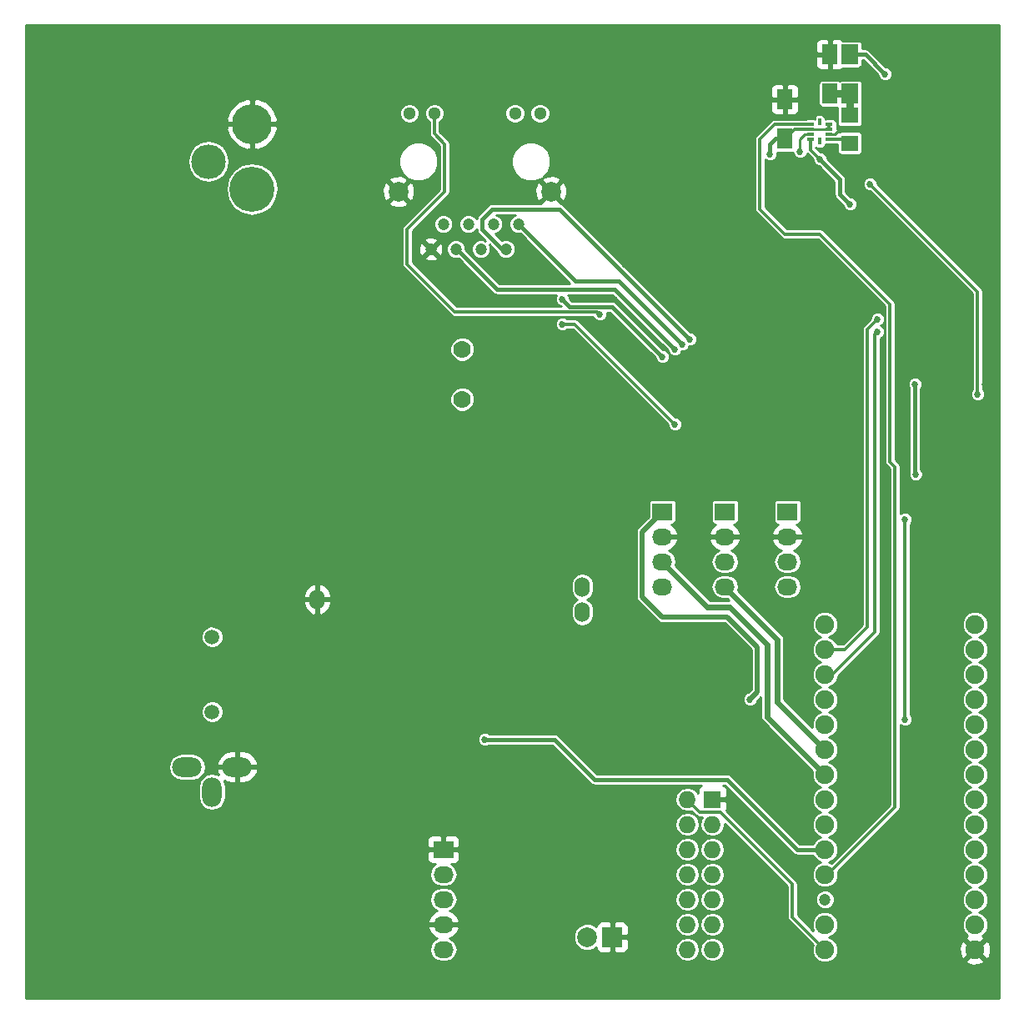
<source format=gbl>
G04 #@! TF.FileFunction,Copper,L2,Bot,Signal*
%FSLAX46Y46*%
G04 Gerber Fmt 4.6, Leading zero omitted, Abs format (unit mm)*
G04 Created by KiCad (PCBNEW 4.0.2-stable) date 5/29/2016 8:13:19 PM*
%MOMM*%
G01*
G04 APERTURE LIST*
%ADD10C,0.127000*%
%ADD11C,1.900000*%
%ADD12C,1.200000*%
%ADD13O,1.524000X2.032000*%
%ADD14O,1.998980X2.999740*%
%ADD15O,2.999740X1.998980*%
%ADD16R,2.000000X2.000000*%
%ADD17C,2.000000*%
%ADD18R,2.032000X1.727200*%
%ADD19O,2.032000X1.727200*%
%ADD20R,1.727200X1.727200*%
%ADD21O,1.727200X1.727200*%
%ADD22C,1.500000*%
%ADD23C,1.300000*%
%ADD24C,1.778000*%
%ADD25R,1.600000X2.000000*%
%ADD26R,1.800860X1.597660*%
%ADD27R,1.700000X2.000000*%
%ADD28R,0.300000X0.800000*%
%ADD29R,0.800000X0.300000*%
%ADD30O,4.572000X4.572000*%
%ADD31O,4.064000X4.064000*%
%ADD32O,3.500120X3.500120*%
%ADD33C,4.064000*%
%ADD34C,0.685800*%
%ADD35C,0.250000*%
%ADD36C,0.500000*%
%ADD37C,0.400000*%
%ADD38C,0.300000*%
%ADD39C,0.600000*%
%ADD40C,0.200000*%
%ADD41C,0.800000*%
%ADD42C,0.254000*%
G04 APERTURE END LIST*
D10*
D11*
X137160000Y-170180000D03*
X137160000Y-167640000D03*
X137160000Y-165100000D03*
X137160000Y-162560000D03*
X137160000Y-160020000D03*
X137160000Y-157480000D03*
X137160000Y-154940000D03*
X137160000Y-152400000D03*
X137160000Y-149860000D03*
X137160000Y-147320000D03*
X137160000Y-144780000D03*
X137160000Y-142240000D03*
X137160000Y-139700000D03*
X121920000Y-139700000D03*
X121920000Y-142240000D03*
X121920000Y-144780000D03*
X121920000Y-147320000D03*
X121920000Y-149860000D03*
X121920000Y-152400000D03*
X121920000Y-154940000D03*
X121920000Y-157480000D03*
X121920000Y-160020000D03*
X121920000Y-162560000D03*
X121920000Y-165100000D03*
D12*
X121920000Y-167640000D03*
D11*
X121920000Y-170180000D03*
X121920000Y-172720000D03*
X137160000Y-172720000D03*
D13*
X97269300Y-135890000D03*
X70370700Y-137160000D03*
X97269300Y-138430000D03*
D14*
X59690000Y-156718000D03*
D15*
X62230000Y-154178000D03*
X57150000Y-154178000D03*
D16*
X100330000Y-171450000D03*
D17*
X97790000Y-171450000D03*
D18*
X118110000Y-128270000D03*
D19*
X118110000Y-130810000D03*
X118110000Y-133350000D03*
X118110000Y-135890000D03*
D18*
X105410000Y-128270000D03*
D19*
X105410000Y-130810000D03*
X105410000Y-133350000D03*
X105410000Y-135890000D03*
D18*
X111760000Y-128270000D03*
D19*
X111760000Y-130810000D03*
X111760000Y-133350000D03*
X111760000Y-135890000D03*
D20*
X110490000Y-157480000D03*
D21*
X107950000Y-157480000D03*
X110490000Y-160020000D03*
X107950000Y-160020000D03*
X110490000Y-162560000D03*
X107950000Y-162560000D03*
X110490000Y-165100000D03*
X107950000Y-165100000D03*
X110490000Y-167640000D03*
X107950000Y-167640000D03*
X110490000Y-170180000D03*
X107950000Y-170180000D03*
X110490000Y-172720000D03*
X107950000Y-172720000D03*
D22*
X59690000Y-148580000D03*
X59690000Y-140980000D03*
D18*
X83185000Y-162560000D03*
D19*
X83185000Y-165100000D03*
X83185000Y-167640000D03*
X83185000Y-170180000D03*
X83185000Y-172720000D03*
D17*
X94105000Y-95760000D03*
X78615000Y-95760000D03*
D12*
X86995000Y-101600000D03*
X84455000Y-101600000D03*
X81915000Y-101600000D03*
X89535000Y-101600000D03*
X90805000Y-99060000D03*
X88265000Y-99060000D03*
X85725000Y-99060000D03*
X83185000Y-99060000D03*
D23*
X79735000Y-87810000D03*
X82275000Y-87810000D03*
X92985000Y-87810000D03*
X90445000Y-87810000D03*
D24*
X85090000Y-111760000D03*
X85090000Y-116840000D03*
D25*
X117856000Y-90392000D03*
X117856000Y-86392000D03*
X122428000Y-85820000D03*
X122428000Y-81820000D03*
D26*
X124460000Y-87988140D03*
X124460000Y-90827860D03*
D27*
X124460000Y-85820000D03*
X124460000Y-81820000D03*
D28*
X121412000Y-90608000D03*
D29*
X120462000Y-90408000D03*
X122362000Y-90408000D03*
X120462000Y-89908000D03*
X122362000Y-89908000D03*
X120462000Y-89408000D03*
X122362000Y-89408000D03*
X120462000Y-88908000D03*
X122362000Y-88908000D03*
D28*
X121412000Y-88708000D03*
D30*
X63754000Y-95504000D03*
D31*
X63754000Y-88900000D03*
D32*
X59309000Y-92710000D03*
D33*
X43180000Y-81280000D03*
X43180000Y-175260000D03*
X132080000Y-81280000D03*
X132080000Y-175260000D03*
D34*
X72390000Y-113030000D03*
X123444000Y-134874000D03*
X124968000Y-138176000D03*
X116332000Y-156464000D03*
X104394000Y-151130000D03*
X101600000Y-103124000D03*
X53086000Y-106934000D03*
X110236000Y-112522000D03*
X108966000Y-115316000D03*
X107188000Y-115316000D03*
X124460000Y-107950000D03*
X124460000Y-105410000D03*
X61722000Y-116840000D03*
X53086000Y-123698000D03*
X47244000Y-125222000D03*
X51816000Y-105664000D03*
X61976000Y-105664000D03*
X68834000Y-120650000D03*
X65786000Y-124460000D03*
X85344000Y-154940000D03*
X89662000Y-172720000D03*
X100838000Y-160020000D03*
X100584000Y-111252000D03*
X100584000Y-106680000D03*
X112014000Y-107696000D03*
X112014000Y-106172000D03*
X110998000Y-103124000D03*
X76200000Y-87376000D03*
X79756000Y-112776000D03*
X79756000Y-114808000D03*
X129540000Y-90932000D03*
X127000000Y-92456000D03*
X118364000Y-94996000D03*
X116332000Y-97028000D03*
X119380000Y-97028000D03*
X128016000Y-87376000D03*
X135128000Y-111760000D03*
X134112000Y-111252000D03*
X134112000Y-110236000D03*
X138176000Y-115316000D03*
X136144000Y-102108000D03*
X134112000Y-101092000D03*
X125476000Y-113284000D03*
X129540000Y-122428000D03*
X130048000Y-123444000D03*
X133604000Y-131572000D03*
X133604000Y-133096000D03*
X133604000Y-134112000D03*
X133604000Y-135636000D03*
X133604000Y-136652000D03*
X128016000Y-135128000D03*
X128016000Y-133604000D03*
X128016000Y-132588000D03*
X128016000Y-124968000D03*
X123444000Y-89408000D03*
X97536000Y-117348000D03*
X91440000Y-109220000D03*
X91440000Y-106680000D03*
X104140000Y-123190000D03*
X106680000Y-123190000D03*
X109220000Y-123190000D03*
X111760000Y-123190000D03*
X114300000Y-123190000D03*
X116840000Y-123190000D03*
X119380000Y-123190000D03*
X133604000Y-126492000D03*
X128016000Y-125984000D03*
X105156000Y-115316000D03*
X114300000Y-147320000D03*
X128016000Y-83820000D03*
X116332000Y-91948000D03*
X119380000Y-91694000D03*
X131135000Y-124460000D03*
X131064000Y-115316000D03*
X105410000Y-133350000D03*
X124460000Y-97028000D03*
X121412000Y-92456000D03*
X95250000Y-109220000D03*
X106680000Y-119380000D03*
X99060000Y-108204000D03*
X106680000Y-111760000D03*
X108204000Y-110744000D03*
X107442000Y-111252000D03*
X95250000Y-106680000D03*
X105410000Y-112522000D03*
X130048000Y-129032000D03*
X130048000Y-149352000D03*
X87376000Y-151384000D03*
X127254000Y-109982000D03*
X127254000Y-108712000D03*
X137414000Y-116332000D03*
X126492000Y-94996000D03*
D35*
X122362000Y-89908000D02*
X122944000Y-89908000D01*
X122944000Y-89908000D02*
X123444000Y-89408000D01*
D36*
X114300000Y-147320000D02*
X115062000Y-146558000D01*
X115062000Y-146558000D02*
X115062000Y-141986000D01*
X115062000Y-141986000D02*
X112014000Y-138938000D01*
X112014000Y-138938000D02*
X105410000Y-138938000D01*
X105410000Y-138938000D02*
X103378000Y-136906000D01*
X103378000Y-136906000D02*
X103378000Y-130302000D01*
X103378000Y-130302000D02*
X105410000Y-128270000D01*
D37*
X124460000Y-81820000D02*
X126016000Y-81820000D01*
X126016000Y-81820000D02*
X128016000Y-83820000D01*
X116872000Y-90392000D02*
X117856000Y-90392000D01*
X116332000Y-90932000D02*
X116872000Y-90392000D01*
X116332000Y-91948000D02*
X116332000Y-90932000D01*
D38*
X122362000Y-89408000D02*
X122362000Y-88908000D01*
D35*
X120462000Y-89408000D02*
X122362000Y-89408000D01*
D38*
X120462000Y-89408000D02*
X118840000Y-89408000D01*
X118840000Y-89408000D02*
X117856000Y-90392000D01*
X107950000Y-157480000D02*
X109220000Y-158750000D01*
X118618000Y-169418000D02*
X121920000Y-172720000D01*
X118618000Y-166084000D02*
X118618000Y-169418000D01*
X111284000Y-158750000D02*
X118618000Y-166084000D01*
X109220000Y-158750000D02*
X111284000Y-158750000D01*
D39*
X105410000Y-133350000D02*
X109982000Y-137922000D01*
X116078000Y-149098000D02*
X121920000Y-154940000D01*
X116078000Y-148082000D02*
X116078000Y-149098000D01*
X116078000Y-141732000D02*
X116078000Y-148082000D01*
X112268000Y-137922000D02*
X116078000Y-141732000D01*
X109982000Y-137922000D02*
X112268000Y-137922000D01*
D35*
X119896000Y-89908000D02*
X120462000Y-89908000D01*
X119380000Y-90424000D02*
X119896000Y-89908000D01*
X119380000Y-91694000D02*
X119380000Y-90424000D01*
D37*
X131064000Y-124389000D02*
X131135000Y-124460000D01*
X131064000Y-124389000D02*
X131064000Y-115316000D01*
D39*
X111760000Y-135890000D02*
X117094000Y-141224000D01*
X117094000Y-147574000D02*
X121920000Y-152400000D01*
X117094000Y-141224000D02*
X117094000Y-147574000D01*
D37*
X123444000Y-94488000D02*
X121412000Y-92456000D01*
X123444000Y-96012000D02*
X123444000Y-94488000D01*
X124460000Y-97028000D02*
X123444000Y-96012000D01*
D38*
X120462000Y-90408000D02*
X120462000Y-91506000D01*
X120462000Y-91506000D02*
X121412000Y-92456000D01*
X96520000Y-109220000D02*
X95250000Y-109220000D01*
X106680000Y-119380000D02*
X96520000Y-109220000D01*
X82275000Y-87810000D02*
X82275000Y-89895000D01*
X98806000Y-107950000D02*
X99060000Y-108204000D01*
X84328000Y-107950000D02*
X98806000Y-107950000D01*
X79502000Y-103124000D02*
X84328000Y-107950000D01*
X79502000Y-99568000D02*
X79502000Y-103124000D01*
X83312000Y-95758000D02*
X79502000Y-99568000D01*
X83312000Y-90932000D02*
X83312000Y-95758000D01*
X82275000Y-89895000D02*
X83312000Y-90932000D01*
D37*
X88646000Y-105664000D02*
X84582000Y-101600000D01*
X100584000Y-105664000D02*
X88646000Y-105664000D01*
X106680000Y-111760000D02*
X100584000Y-105664000D01*
D40*
X84582000Y-101600000D02*
X84455000Y-101600000D01*
D37*
X87122000Y-99568000D02*
X89154000Y-101600000D01*
X87122000Y-98552000D02*
X87122000Y-99568000D01*
X88138000Y-97536000D02*
X87122000Y-98552000D01*
X94996000Y-97536000D02*
X88138000Y-97536000D01*
X108204000Y-110744000D02*
X94996000Y-97536000D01*
D40*
X89154000Y-101600000D02*
X89535000Y-101600000D01*
D37*
X96550998Y-104805998D02*
X90805000Y-99060000D01*
X100995998Y-104805998D02*
X96550998Y-104805998D01*
X107442000Y-111252000D02*
X100995998Y-104805998D01*
D40*
X107442000Y-111252000D02*
X107442000Y-111252000D01*
D37*
X96012000Y-107442000D02*
X100330000Y-107442000D01*
X95250000Y-106680000D02*
X96012000Y-107442000D01*
X105410000Y-112522000D02*
X100330000Y-107442000D01*
D40*
X88392000Y-99060000D02*
X88265000Y-99060000D01*
D41*
X124460000Y-85820000D02*
X124460000Y-87988140D01*
X122428000Y-85820000D02*
X124460000Y-85820000D01*
D38*
X122362000Y-90408000D02*
X124040140Y-90408000D01*
X124040140Y-90408000D02*
X124460000Y-90827860D01*
X130048000Y-149352000D02*
X130048000Y-129032000D01*
D37*
X121920000Y-162560000D02*
X119126000Y-162560000D01*
X94488000Y-151384000D02*
X87376000Y-151384000D01*
X98552000Y-155448000D02*
X94488000Y-151384000D01*
X112014000Y-155448000D02*
X98552000Y-155448000D01*
X119126000Y-162560000D02*
X112014000Y-155448000D01*
D38*
X127000000Y-140462000D02*
X122682000Y-144780000D01*
X127000000Y-110236000D02*
X127000000Y-140462000D01*
X127254000Y-109982000D02*
X127000000Y-110236000D01*
X122682000Y-144780000D02*
X121920000Y-144780000D01*
X126238000Y-139954000D02*
X123952000Y-142240000D01*
X126238000Y-109728000D02*
X126238000Y-139954000D01*
X127254000Y-108712000D02*
X126238000Y-109728000D01*
X123952000Y-142240000D02*
X121920000Y-142240000D01*
X121920000Y-142240000D02*
X123952000Y-142240000D01*
X137414000Y-105918000D02*
X137414000Y-116332000D01*
X126492000Y-94996000D02*
X137414000Y-105918000D01*
D36*
X121920000Y-165100000D02*
X122174000Y-165100000D01*
D38*
X122174000Y-165100000D02*
X129032000Y-158242000D01*
X129032000Y-158242000D02*
X129032000Y-123698000D01*
X129032000Y-123698000D02*
X128524000Y-123190000D01*
X128524000Y-123190000D02*
X128524000Y-107188000D01*
X128524000Y-107188000D02*
X121412000Y-100076000D01*
X121412000Y-100076000D02*
X117856000Y-100076000D01*
X117856000Y-100076000D02*
X115316000Y-97536000D01*
X115316000Y-97536000D02*
X115316000Y-90424000D01*
X115316000Y-90424000D02*
X116832000Y-88908000D01*
X116832000Y-88908000D02*
X120462000Y-88908000D01*
D42*
G36*
X139573000Y-177673000D02*
X40767000Y-177673000D01*
X40767000Y-170539026D01*
X81577642Y-170539026D01*
X81580291Y-170554791D01*
X81834268Y-171082036D01*
X82270680Y-171471954D01*
X82543243Y-171567296D01*
X82528943Y-171570140D01*
X82125166Y-171839935D01*
X81855371Y-172243712D01*
X81760631Y-172720000D01*
X81855371Y-173196288D01*
X82125166Y-173600065D01*
X82528943Y-173869860D01*
X83005231Y-173964600D01*
X83364769Y-173964600D01*
X83841057Y-173869860D01*
X84244834Y-173600065D01*
X84514629Y-173196288D01*
X84609369Y-172720000D01*
X84514629Y-172243712D01*
X84244834Y-171839935D01*
X84070567Y-171723493D01*
X96408761Y-171723493D01*
X96618563Y-172231251D01*
X97006705Y-172620072D01*
X97514097Y-172830759D01*
X98063493Y-172831239D01*
X98571251Y-172621437D01*
X98695000Y-172497904D01*
X98695000Y-172576309D01*
X98791673Y-172809698D01*
X98970301Y-172988327D01*
X99203690Y-173085000D01*
X100044250Y-173085000D01*
X100203000Y-172926250D01*
X100203000Y-171577000D01*
X100457000Y-171577000D01*
X100457000Y-172926250D01*
X100615750Y-173085000D01*
X101456310Y-173085000D01*
X101689699Y-172988327D01*
X101868327Y-172809698D01*
X101905481Y-172720000D01*
X106681017Y-172720000D01*
X106775757Y-173196288D01*
X107045552Y-173600065D01*
X107449329Y-173869860D01*
X107925617Y-173964600D01*
X107974383Y-173964600D01*
X108450671Y-173869860D01*
X108854448Y-173600065D01*
X109124243Y-173196288D01*
X109218983Y-172720000D01*
X109221017Y-172720000D01*
X109315757Y-173196288D01*
X109585552Y-173600065D01*
X109989329Y-173869860D01*
X110465617Y-173964600D01*
X110514383Y-173964600D01*
X110990671Y-173869860D01*
X111394448Y-173600065D01*
X111664243Y-173196288D01*
X111758983Y-172720000D01*
X111664243Y-172243712D01*
X111394448Y-171839935D01*
X110990671Y-171570140D01*
X110514383Y-171475400D01*
X110465617Y-171475400D01*
X109989329Y-171570140D01*
X109585552Y-171839935D01*
X109315757Y-172243712D01*
X109221017Y-172720000D01*
X109218983Y-172720000D01*
X109124243Y-172243712D01*
X108854448Y-171839935D01*
X108450671Y-171570140D01*
X107974383Y-171475400D01*
X107925617Y-171475400D01*
X107449329Y-171570140D01*
X107045552Y-171839935D01*
X106775757Y-172243712D01*
X106681017Y-172720000D01*
X101905481Y-172720000D01*
X101965000Y-172576309D01*
X101965000Y-171735750D01*
X101806250Y-171577000D01*
X100457000Y-171577000D01*
X100203000Y-171577000D01*
X100183000Y-171577000D01*
X100183000Y-171323000D01*
X100203000Y-171323000D01*
X100203000Y-169973750D01*
X100457000Y-169973750D01*
X100457000Y-171323000D01*
X101806250Y-171323000D01*
X101965000Y-171164250D01*
X101965000Y-170323691D01*
X101905482Y-170180000D01*
X106681017Y-170180000D01*
X106775757Y-170656288D01*
X107045552Y-171060065D01*
X107449329Y-171329860D01*
X107925617Y-171424600D01*
X107974383Y-171424600D01*
X108450671Y-171329860D01*
X108854448Y-171060065D01*
X109124243Y-170656288D01*
X109218983Y-170180000D01*
X109221017Y-170180000D01*
X109315757Y-170656288D01*
X109585552Y-171060065D01*
X109989329Y-171329860D01*
X110465617Y-171424600D01*
X110514383Y-171424600D01*
X110990671Y-171329860D01*
X111394448Y-171060065D01*
X111664243Y-170656288D01*
X111758983Y-170180000D01*
X111664243Y-169703712D01*
X111394448Y-169299935D01*
X110990671Y-169030140D01*
X110514383Y-168935400D01*
X110465617Y-168935400D01*
X109989329Y-169030140D01*
X109585552Y-169299935D01*
X109315757Y-169703712D01*
X109221017Y-170180000D01*
X109218983Y-170180000D01*
X109124243Y-169703712D01*
X108854448Y-169299935D01*
X108450671Y-169030140D01*
X107974383Y-168935400D01*
X107925617Y-168935400D01*
X107449329Y-169030140D01*
X107045552Y-169299935D01*
X106775757Y-169703712D01*
X106681017Y-170180000D01*
X101905482Y-170180000D01*
X101868327Y-170090302D01*
X101689699Y-169911673D01*
X101456310Y-169815000D01*
X100615750Y-169815000D01*
X100457000Y-169973750D01*
X100203000Y-169973750D01*
X100044250Y-169815000D01*
X99203690Y-169815000D01*
X98970301Y-169911673D01*
X98791673Y-170090302D01*
X98695000Y-170323691D01*
X98695000Y-170401846D01*
X98573295Y-170279928D01*
X98065903Y-170069241D01*
X97516507Y-170068761D01*
X97008749Y-170278563D01*
X96619928Y-170666705D01*
X96409241Y-171174097D01*
X96408761Y-171723493D01*
X84070567Y-171723493D01*
X83841057Y-171570140D01*
X83826757Y-171567296D01*
X84099320Y-171471954D01*
X84535732Y-171082036D01*
X84789709Y-170554791D01*
X84792358Y-170539026D01*
X84671217Y-170307000D01*
X83312000Y-170307000D01*
X83312000Y-170327000D01*
X83058000Y-170327000D01*
X83058000Y-170307000D01*
X81698783Y-170307000D01*
X81577642Y-170539026D01*
X40767000Y-170539026D01*
X40767000Y-169820974D01*
X81577642Y-169820974D01*
X81698783Y-170053000D01*
X83058000Y-170053000D01*
X83058000Y-170033000D01*
X83312000Y-170033000D01*
X83312000Y-170053000D01*
X84671217Y-170053000D01*
X84792358Y-169820974D01*
X84789709Y-169805209D01*
X84535732Y-169277964D01*
X84099320Y-168888046D01*
X83826757Y-168792704D01*
X83841057Y-168789860D01*
X84244834Y-168520065D01*
X84514629Y-168116288D01*
X84609369Y-167640000D01*
X106681017Y-167640000D01*
X106775757Y-168116288D01*
X107045552Y-168520065D01*
X107449329Y-168789860D01*
X107925617Y-168884600D01*
X107974383Y-168884600D01*
X108450671Y-168789860D01*
X108854448Y-168520065D01*
X109124243Y-168116288D01*
X109218983Y-167640000D01*
X109221017Y-167640000D01*
X109315757Y-168116288D01*
X109585552Y-168520065D01*
X109989329Y-168789860D01*
X110465617Y-168884600D01*
X110514383Y-168884600D01*
X110990671Y-168789860D01*
X111394448Y-168520065D01*
X111664243Y-168116288D01*
X111758983Y-167640000D01*
X111664243Y-167163712D01*
X111394448Y-166759935D01*
X110990671Y-166490140D01*
X110514383Y-166395400D01*
X110465617Y-166395400D01*
X109989329Y-166490140D01*
X109585552Y-166759935D01*
X109315757Y-167163712D01*
X109221017Y-167640000D01*
X109218983Y-167640000D01*
X109124243Y-167163712D01*
X108854448Y-166759935D01*
X108450671Y-166490140D01*
X107974383Y-166395400D01*
X107925617Y-166395400D01*
X107449329Y-166490140D01*
X107045552Y-166759935D01*
X106775757Y-167163712D01*
X106681017Y-167640000D01*
X84609369Y-167640000D01*
X84514629Y-167163712D01*
X84244834Y-166759935D01*
X83841057Y-166490140D01*
X83364769Y-166395400D01*
X83005231Y-166395400D01*
X82528943Y-166490140D01*
X82125166Y-166759935D01*
X81855371Y-167163712D01*
X81760631Y-167640000D01*
X81855371Y-168116288D01*
X82125166Y-168520065D01*
X82528943Y-168789860D01*
X82543243Y-168792704D01*
X82270680Y-168888046D01*
X81834268Y-169277964D01*
X81580291Y-169805209D01*
X81577642Y-169820974D01*
X40767000Y-169820974D01*
X40767000Y-162845750D01*
X81534000Y-162845750D01*
X81534000Y-163549910D01*
X81630673Y-163783299D01*
X81809302Y-163961927D01*
X82042691Y-164058600D01*
X82366621Y-164058600D01*
X82125166Y-164219935D01*
X81855371Y-164623712D01*
X81760631Y-165100000D01*
X81855371Y-165576288D01*
X82125166Y-165980065D01*
X82528943Y-166249860D01*
X83005231Y-166344600D01*
X83364769Y-166344600D01*
X83841057Y-166249860D01*
X84244834Y-165980065D01*
X84514629Y-165576288D01*
X84609369Y-165100000D01*
X106681017Y-165100000D01*
X106775757Y-165576288D01*
X107045552Y-165980065D01*
X107449329Y-166249860D01*
X107925617Y-166344600D01*
X107974383Y-166344600D01*
X108450671Y-166249860D01*
X108854448Y-165980065D01*
X109124243Y-165576288D01*
X109218983Y-165100000D01*
X109221017Y-165100000D01*
X109315757Y-165576288D01*
X109585552Y-165980065D01*
X109989329Y-166249860D01*
X110465617Y-166344600D01*
X110514383Y-166344600D01*
X110990671Y-166249860D01*
X111394448Y-165980065D01*
X111664243Y-165576288D01*
X111758983Y-165100000D01*
X111664243Y-164623712D01*
X111394448Y-164219935D01*
X110990671Y-163950140D01*
X110514383Y-163855400D01*
X110465617Y-163855400D01*
X109989329Y-163950140D01*
X109585552Y-164219935D01*
X109315757Y-164623712D01*
X109221017Y-165100000D01*
X109218983Y-165100000D01*
X109124243Y-164623712D01*
X108854448Y-164219935D01*
X108450671Y-163950140D01*
X107974383Y-163855400D01*
X107925617Y-163855400D01*
X107449329Y-163950140D01*
X107045552Y-164219935D01*
X106775757Y-164623712D01*
X106681017Y-165100000D01*
X84609369Y-165100000D01*
X84514629Y-164623712D01*
X84244834Y-164219935D01*
X84003379Y-164058600D01*
X84327309Y-164058600D01*
X84560698Y-163961927D01*
X84739327Y-163783299D01*
X84836000Y-163549910D01*
X84836000Y-162845750D01*
X84677250Y-162687000D01*
X83312000Y-162687000D01*
X83312000Y-162707000D01*
X83058000Y-162707000D01*
X83058000Y-162687000D01*
X81692750Y-162687000D01*
X81534000Y-162845750D01*
X40767000Y-162845750D01*
X40767000Y-162560000D01*
X106681017Y-162560000D01*
X106775757Y-163036288D01*
X107045552Y-163440065D01*
X107449329Y-163709860D01*
X107925617Y-163804600D01*
X107974383Y-163804600D01*
X108450671Y-163709860D01*
X108854448Y-163440065D01*
X109124243Y-163036288D01*
X109218983Y-162560000D01*
X109221017Y-162560000D01*
X109315757Y-163036288D01*
X109585552Y-163440065D01*
X109989329Y-163709860D01*
X110465617Y-163804600D01*
X110514383Y-163804600D01*
X110990671Y-163709860D01*
X111394448Y-163440065D01*
X111664243Y-163036288D01*
X111758983Y-162560000D01*
X111664243Y-162083712D01*
X111394448Y-161679935D01*
X110990671Y-161410140D01*
X110514383Y-161315400D01*
X110465617Y-161315400D01*
X109989329Y-161410140D01*
X109585552Y-161679935D01*
X109315757Y-162083712D01*
X109221017Y-162560000D01*
X109218983Y-162560000D01*
X109124243Y-162083712D01*
X108854448Y-161679935D01*
X108450671Y-161410140D01*
X107974383Y-161315400D01*
X107925617Y-161315400D01*
X107449329Y-161410140D01*
X107045552Y-161679935D01*
X106775757Y-162083712D01*
X106681017Y-162560000D01*
X40767000Y-162560000D01*
X40767000Y-161570090D01*
X81534000Y-161570090D01*
X81534000Y-162274250D01*
X81692750Y-162433000D01*
X83058000Y-162433000D01*
X83058000Y-161220150D01*
X83312000Y-161220150D01*
X83312000Y-162433000D01*
X84677250Y-162433000D01*
X84836000Y-162274250D01*
X84836000Y-161570090D01*
X84739327Y-161336701D01*
X84560698Y-161158073D01*
X84327309Y-161061400D01*
X83470750Y-161061400D01*
X83312000Y-161220150D01*
X83058000Y-161220150D01*
X82899250Y-161061400D01*
X82042691Y-161061400D01*
X81809302Y-161158073D01*
X81630673Y-161336701D01*
X81534000Y-161570090D01*
X40767000Y-161570090D01*
X40767000Y-160020000D01*
X106681017Y-160020000D01*
X106775757Y-160496288D01*
X107045552Y-160900065D01*
X107449329Y-161169860D01*
X107925617Y-161264600D01*
X107974383Y-161264600D01*
X108450671Y-161169860D01*
X108854448Y-160900065D01*
X109124243Y-160496288D01*
X109218983Y-160020000D01*
X109124243Y-159543712D01*
X108854448Y-159139935D01*
X108450671Y-158870140D01*
X107974383Y-158775400D01*
X107925617Y-158775400D01*
X107449329Y-158870140D01*
X107045552Y-159139935D01*
X106775757Y-159543712D01*
X106681017Y-160020000D01*
X40767000Y-160020000D01*
X40767000Y-156180772D01*
X58309510Y-156180772D01*
X58309510Y-157255228D01*
X58414594Y-157783519D01*
X58713846Y-158231382D01*
X59161709Y-158530634D01*
X59690000Y-158635718D01*
X60218291Y-158530634D01*
X60666154Y-158231382D01*
X60965406Y-157783519D01*
X61070490Y-157255228D01*
X61070490Y-156180772D01*
X60965406Y-155652481D01*
X60923375Y-155589577D01*
X60986795Y-155639471D01*
X61602620Y-155812490D01*
X62103000Y-155812490D01*
X62103000Y-154305000D01*
X62357000Y-154305000D01*
X62357000Y-155812490D01*
X62857380Y-155812490D01*
X63473205Y-155639471D01*
X63975942Y-155243956D01*
X64289053Y-154686159D01*
X64319999Y-154558354D01*
X64200645Y-154305000D01*
X62357000Y-154305000D01*
X62103000Y-154305000D01*
X60259355Y-154305000D01*
X60140001Y-154558354D01*
X60170947Y-154686159D01*
X60339432Y-154986310D01*
X60218291Y-154905366D01*
X59690000Y-154800282D01*
X59161709Y-154905366D01*
X58713846Y-155204618D01*
X58414594Y-155652481D01*
X58309510Y-156180772D01*
X40767000Y-156180772D01*
X40767000Y-154178000D01*
X55232282Y-154178000D01*
X55337366Y-154706291D01*
X55636618Y-155154154D01*
X56084481Y-155453406D01*
X56612772Y-155558490D01*
X57687228Y-155558490D01*
X58215519Y-155453406D01*
X58663382Y-155154154D01*
X58962634Y-154706291D01*
X59067718Y-154178000D01*
X58992061Y-153797646D01*
X60140001Y-153797646D01*
X60259355Y-154051000D01*
X62103000Y-154051000D01*
X62103000Y-152543510D01*
X62357000Y-152543510D01*
X62357000Y-154051000D01*
X64200645Y-154051000D01*
X64319999Y-153797646D01*
X64289053Y-153669841D01*
X63975942Y-153112044D01*
X63473205Y-152716529D01*
X62857380Y-152543510D01*
X62357000Y-152543510D01*
X62103000Y-152543510D01*
X61602620Y-152543510D01*
X60986795Y-152716529D01*
X60484058Y-153112044D01*
X60170947Y-153669841D01*
X60140001Y-153797646D01*
X58992061Y-153797646D01*
X58962634Y-153649709D01*
X58663382Y-153201846D01*
X58215519Y-152902594D01*
X57687228Y-152797510D01*
X56612772Y-152797510D01*
X56084481Y-152902594D01*
X55636618Y-153201846D01*
X55337366Y-153649709D01*
X55232282Y-154178000D01*
X40767000Y-154178000D01*
X40767000Y-151527361D01*
X86651975Y-151527361D01*
X86761950Y-151793521D01*
X86965408Y-151997335D01*
X87231376Y-152107774D01*
X87519361Y-152108025D01*
X87785521Y-151998050D01*
X87818629Y-151965000D01*
X94247342Y-151965000D01*
X98141171Y-155858829D01*
X98329661Y-155984774D01*
X98552000Y-156029000D01*
X109385175Y-156029000D01*
X109266702Y-156078073D01*
X109088073Y-156256701D01*
X108991400Y-156490090D01*
X108991400Y-156804898D01*
X108854448Y-156599935D01*
X108450671Y-156330140D01*
X107974383Y-156235400D01*
X107925617Y-156235400D01*
X107449329Y-156330140D01*
X107045552Y-156599935D01*
X106775757Y-157003712D01*
X106681017Y-157480000D01*
X106775757Y-157956288D01*
X107045552Y-158360065D01*
X107449329Y-158629860D01*
X107925617Y-158724600D01*
X107974383Y-158724600D01*
X108365795Y-158646743D01*
X108844526Y-159125474D01*
X109016795Y-159240580D01*
X109220000Y-159281000D01*
X109491295Y-159281000D01*
X109315757Y-159543712D01*
X109221017Y-160020000D01*
X109315757Y-160496288D01*
X109585552Y-160900065D01*
X109989329Y-161169860D01*
X110465617Y-161264600D01*
X110514383Y-161264600D01*
X110990671Y-161169860D01*
X111394448Y-160900065D01*
X111664243Y-160496288D01*
X111758983Y-160020000D01*
X111748040Y-159964988D01*
X118087000Y-166303948D01*
X118087000Y-169418000D01*
X118127420Y-169621205D01*
X118242526Y-169793474D01*
X120681333Y-172232281D01*
X120589231Y-172454086D01*
X120588769Y-172983591D01*
X120790975Y-173472966D01*
X121165065Y-173847709D01*
X121654086Y-174050769D01*
X122183591Y-174051231D01*
X122672966Y-173849025D01*
X122685663Y-173836350D01*
X136223255Y-173836350D01*
X136315792Y-174098019D01*
X136907398Y-174316188D01*
X137537461Y-174291352D01*
X138004208Y-174098019D01*
X138096745Y-173836350D01*
X137160000Y-172899605D01*
X136223255Y-173836350D01*
X122685663Y-173836350D01*
X123047709Y-173474935D01*
X123250769Y-172985914D01*
X123251221Y-172467398D01*
X135563812Y-172467398D01*
X135588648Y-173097461D01*
X135781981Y-173564208D01*
X136043650Y-173656745D01*
X136980395Y-172720000D01*
X137339605Y-172720000D01*
X138276350Y-173656745D01*
X138538019Y-173564208D01*
X138756188Y-172972602D01*
X138731352Y-172342539D01*
X138538019Y-171875792D01*
X138276350Y-171783255D01*
X137339605Y-172720000D01*
X136980395Y-172720000D01*
X136043650Y-171783255D01*
X135781981Y-171875792D01*
X135563812Y-172467398D01*
X123251221Y-172467398D01*
X123251231Y-172456409D01*
X123049025Y-171967034D01*
X122674935Y-171592291D01*
X122332022Y-171449901D01*
X122672966Y-171309025D01*
X123047709Y-170934935D01*
X123250769Y-170445914D01*
X123251231Y-169916409D01*
X123049025Y-169427034D01*
X122674935Y-169052291D01*
X122185914Y-168849231D01*
X121656409Y-168848769D01*
X121167034Y-169050975D01*
X120792291Y-169425065D01*
X120589231Y-169914086D01*
X120588769Y-170443591D01*
X120725533Y-170774585D01*
X119149000Y-169198052D01*
X119149000Y-167834277D01*
X120938830Y-167834277D01*
X121087864Y-168194966D01*
X121363583Y-168471166D01*
X121724011Y-168620829D01*
X122114277Y-168621170D01*
X122474966Y-168472136D01*
X122751166Y-168196417D01*
X122900829Y-167835989D01*
X122901170Y-167445723D01*
X122752136Y-167085034D01*
X122476417Y-166808834D01*
X122115989Y-166659171D01*
X121725723Y-166658830D01*
X121365034Y-166807864D01*
X121088834Y-167083583D01*
X120939171Y-167444011D01*
X120938830Y-167834277D01*
X119149000Y-167834277D01*
X119149000Y-166084000D01*
X119108580Y-165880795D01*
X118993474Y-165708526D01*
X111920138Y-158635190D01*
X111988600Y-158469910D01*
X111988600Y-157765750D01*
X111829850Y-157607000D01*
X110617000Y-157607000D01*
X110617000Y-157627000D01*
X110363000Y-157627000D01*
X110363000Y-157607000D01*
X110343000Y-157607000D01*
X110343000Y-157353000D01*
X110363000Y-157353000D01*
X110363000Y-157333000D01*
X110617000Y-157333000D01*
X110617000Y-157353000D01*
X111829850Y-157353000D01*
X111988600Y-157194250D01*
X111988600Y-156490090D01*
X111891927Y-156256701D01*
X111713298Y-156078073D01*
X111594825Y-156029000D01*
X111773342Y-156029000D01*
X118715171Y-162970829D01*
X118903661Y-163096774D01*
X119126000Y-163141000D01*
X120719920Y-163141000D01*
X120790975Y-163312966D01*
X121165065Y-163687709D01*
X121507978Y-163830099D01*
X121167034Y-163970975D01*
X120792291Y-164345065D01*
X120589231Y-164834086D01*
X120588769Y-165363591D01*
X120790975Y-165852966D01*
X121165065Y-166227709D01*
X121654086Y-166430769D01*
X122183591Y-166431231D01*
X122672966Y-166229025D01*
X123047709Y-165854935D01*
X123250769Y-165365914D01*
X123251231Y-164836409D01*
X123232901Y-164792047D01*
X129407471Y-158617476D01*
X129407474Y-158617474D01*
X129522580Y-158445205D01*
X129536639Y-158374526D01*
X129563001Y-158242000D01*
X129563000Y-158241995D01*
X129563000Y-149890797D01*
X129637408Y-149965335D01*
X129903376Y-150075774D01*
X130191361Y-150076025D01*
X130457521Y-149966050D01*
X130661335Y-149762592D01*
X130771774Y-149496624D01*
X130772025Y-149208639D01*
X130662050Y-148942479D01*
X130579000Y-148859284D01*
X130579000Y-139963591D01*
X135828769Y-139963591D01*
X136030975Y-140452966D01*
X136405065Y-140827709D01*
X136747978Y-140970099D01*
X136407034Y-141110975D01*
X136032291Y-141485065D01*
X135829231Y-141974086D01*
X135828769Y-142503591D01*
X136030975Y-142992966D01*
X136405065Y-143367709D01*
X136747978Y-143510099D01*
X136407034Y-143650975D01*
X136032291Y-144025065D01*
X135829231Y-144514086D01*
X135828769Y-145043591D01*
X136030975Y-145532966D01*
X136405065Y-145907709D01*
X136747978Y-146050099D01*
X136407034Y-146190975D01*
X136032291Y-146565065D01*
X135829231Y-147054086D01*
X135828769Y-147583591D01*
X136030975Y-148072966D01*
X136405065Y-148447709D01*
X136747978Y-148590099D01*
X136407034Y-148730975D01*
X136032291Y-149105065D01*
X135829231Y-149594086D01*
X135828769Y-150123591D01*
X136030975Y-150612966D01*
X136405065Y-150987709D01*
X136747978Y-151130099D01*
X136407034Y-151270975D01*
X136032291Y-151645065D01*
X135829231Y-152134086D01*
X135828769Y-152663591D01*
X136030975Y-153152966D01*
X136405065Y-153527709D01*
X136747978Y-153670099D01*
X136407034Y-153810975D01*
X136032291Y-154185065D01*
X135829231Y-154674086D01*
X135828769Y-155203591D01*
X136030975Y-155692966D01*
X136405065Y-156067709D01*
X136747978Y-156210099D01*
X136407034Y-156350975D01*
X136032291Y-156725065D01*
X135829231Y-157214086D01*
X135828769Y-157743591D01*
X136030975Y-158232966D01*
X136405065Y-158607709D01*
X136747978Y-158750099D01*
X136407034Y-158890975D01*
X136032291Y-159265065D01*
X135829231Y-159754086D01*
X135828769Y-160283591D01*
X136030975Y-160772966D01*
X136405065Y-161147709D01*
X136747978Y-161290099D01*
X136407034Y-161430975D01*
X136032291Y-161805065D01*
X135829231Y-162294086D01*
X135828769Y-162823591D01*
X136030975Y-163312966D01*
X136405065Y-163687709D01*
X136747978Y-163830099D01*
X136407034Y-163970975D01*
X136032291Y-164345065D01*
X135829231Y-164834086D01*
X135828769Y-165363591D01*
X136030975Y-165852966D01*
X136405065Y-166227709D01*
X136747978Y-166370099D01*
X136407034Y-166510975D01*
X136032291Y-166885065D01*
X135829231Y-167374086D01*
X135828769Y-167903591D01*
X136030975Y-168392966D01*
X136405065Y-168767709D01*
X136747978Y-168910099D01*
X136407034Y-169050975D01*
X136032291Y-169425065D01*
X135829231Y-169914086D01*
X135828769Y-170443591D01*
X136030975Y-170932966D01*
X136403154Y-171305795D01*
X136315792Y-171341981D01*
X136223255Y-171603650D01*
X137160000Y-172540395D01*
X138096745Y-171603650D01*
X138004208Y-171341981D01*
X137913472Y-171308520D01*
X138287709Y-170934935D01*
X138490769Y-170445914D01*
X138491231Y-169916409D01*
X138289025Y-169427034D01*
X137914935Y-169052291D01*
X137572022Y-168909901D01*
X137912966Y-168769025D01*
X138287709Y-168394935D01*
X138490769Y-167905914D01*
X138491231Y-167376409D01*
X138289025Y-166887034D01*
X137914935Y-166512291D01*
X137572022Y-166369901D01*
X137912966Y-166229025D01*
X138287709Y-165854935D01*
X138490769Y-165365914D01*
X138491231Y-164836409D01*
X138289025Y-164347034D01*
X137914935Y-163972291D01*
X137572022Y-163829901D01*
X137912966Y-163689025D01*
X138287709Y-163314935D01*
X138490769Y-162825914D01*
X138491231Y-162296409D01*
X138289025Y-161807034D01*
X137914935Y-161432291D01*
X137572022Y-161289901D01*
X137912966Y-161149025D01*
X138287709Y-160774935D01*
X138490769Y-160285914D01*
X138491231Y-159756409D01*
X138289025Y-159267034D01*
X137914935Y-158892291D01*
X137572022Y-158749901D01*
X137912966Y-158609025D01*
X138287709Y-158234935D01*
X138490769Y-157745914D01*
X138491231Y-157216409D01*
X138289025Y-156727034D01*
X137914935Y-156352291D01*
X137572022Y-156209901D01*
X137912966Y-156069025D01*
X138287709Y-155694935D01*
X138490769Y-155205914D01*
X138491231Y-154676409D01*
X138289025Y-154187034D01*
X137914935Y-153812291D01*
X137572022Y-153669901D01*
X137912966Y-153529025D01*
X138287709Y-153154935D01*
X138490769Y-152665914D01*
X138491231Y-152136409D01*
X138289025Y-151647034D01*
X137914935Y-151272291D01*
X137572022Y-151129901D01*
X137912966Y-150989025D01*
X138287709Y-150614935D01*
X138490769Y-150125914D01*
X138491231Y-149596409D01*
X138289025Y-149107034D01*
X137914935Y-148732291D01*
X137572022Y-148589901D01*
X137912966Y-148449025D01*
X138287709Y-148074935D01*
X138490769Y-147585914D01*
X138491231Y-147056409D01*
X138289025Y-146567034D01*
X137914935Y-146192291D01*
X137572022Y-146049901D01*
X137912966Y-145909025D01*
X138287709Y-145534935D01*
X138490769Y-145045914D01*
X138491231Y-144516409D01*
X138289025Y-144027034D01*
X137914935Y-143652291D01*
X137572022Y-143509901D01*
X137912966Y-143369025D01*
X138287709Y-142994935D01*
X138490769Y-142505914D01*
X138491231Y-141976409D01*
X138289025Y-141487034D01*
X137914935Y-141112291D01*
X137572022Y-140969901D01*
X137912966Y-140829025D01*
X138287709Y-140454935D01*
X138490769Y-139965914D01*
X138491231Y-139436409D01*
X138289025Y-138947034D01*
X137914935Y-138572291D01*
X137425914Y-138369231D01*
X136896409Y-138368769D01*
X136407034Y-138570975D01*
X136032291Y-138945065D01*
X135829231Y-139434086D01*
X135828769Y-139963591D01*
X130579000Y-139963591D01*
X130579000Y-129524783D01*
X130661335Y-129442592D01*
X130771774Y-129176624D01*
X130772025Y-128888639D01*
X130662050Y-128622479D01*
X130458592Y-128418665D01*
X130192624Y-128308226D01*
X129904639Y-128307975D01*
X129638479Y-128417950D01*
X129563000Y-128493297D01*
X129563000Y-123698000D01*
X129522580Y-123494795D01*
X129407474Y-123322526D01*
X129407471Y-123322524D01*
X129055000Y-122970052D01*
X129055000Y-115459361D01*
X130339975Y-115459361D01*
X130449950Y-115725521D01*
X130483000Y-115758629D01*
X130483000Y-124142524D01*
X130411226Y-124315376D01*
X130410975Y-124603361D01*
X130520950Y-124869521D01*
X130724408Y-125073335D01*
X130990376Y-125183774D01*
X131278361Y-125184025D01*
X131544521Y-125074050D01*
X131748335Y-124870592D01*
X131858774Y-124604624D01*
X131859025Y-124316639D01*
X131749050Y-124050479D01*
X131645000Y-123946247D01*
X131645000Y-115758871D01*
X131677335Y-115726592D01*
X131787774Y-115460624D01*
X131788025Y-115172639D01*
X131678050Y-114906479D01*
X131474592Y-114702665D01*
X131208624Y-114592226D01*
X130920639Y-114591975D01*
X130654479Y-114701950D01*
X130450665Y-114905408D01*
X130340226Y-115171376D01*
X130339975Y-115459361D01*
X129055000Y-115459361D01*
X129055000Y-107188005D01*
X129055001Y-107188000D01*
X129014580Y-106984795D01*
X128899474Y-106812526D01*
X121787474Y-99700526D01*
X121615205Y-99585420D01*
X121412000Y-99545000D01*
X118075947Y-99545000D01*
X115847000Y-97316052D01*
X115847000Y-92486797D01*
X115921408Y-92561335D01*
X116187376Y-92671774D01*
X116475361Y-92672025D01*
X116741521Y-92562050D01*
X116945335Y-92358592D01*
X117055774Y-92092624D01*
X117056025Y-91804639D01*
X117045126Y-91778262D01*
X117056000Y-91780464D01*
X118656000Y-91780464D01*
X118656025Y-91780459D01*
X118655975Y-91837361D01*
X118765950Y-92103521D01*
X118969408Y-92307335D01*
X119235376Y-92417774D01*
X119523361Y-92418025D01*
X119789521Y-92308050D01*
X119993335Y-92104592D01*
X120086190Y-91880971D01*
X120086526Y-91881474D01*
X120688076Y-92483024D01*
X120687975Y-92599361D01*
X120797950Y-92865521D01*
X121001408Y-93069335D01*
X121267376Y-93179774D01*
X121314157Y-93179815D01*
X122863000Y-94728658D01*
X122863000Y-96012000D01*
X122907226Y-96234339D01*
X123033171Y-96422829D01*
X123736015Y-97125673D01*
X123735975Y-97171361D01*
X123845950Y-97437521D01*
X124049408Y-97641335D01*
X124315376Y-97751774D01*
X124603361Y-97752025D01*
X124869521Y-97642050D01*
X125073335Y-97438592D01*
X125183774Y-97172624D01*
X125184025Y-96884639D01*
X125074050Y-96618479D01*
X124870592Y-96414665D01*
X124604624Y-96304226D01*
X124557843Y-96304185D01*
X124025000Y-95771342D01*
X124025000Y-95139361D01*
X125767975Y-95139361D01*
X125877950Y-95405521D01*
X126081408Y-95609335D01*
X126347376Y-95719774D01*
X126464928Y-95719876D01*
X136883000Y-106137947D01*
X136883000Y-115839217D01*
X136800665Y-115921408D01*
X136690226Y-116187376D01*
X136689975Y-116475361D01*
X136799950Y-116741521D01*
X137003408Y-116945335D01*
X137269376Y-117055774D01*
X137557361Y-117056025D01*
X137823521Y-116946050D01*
X138027335Y-116742592D01*
X138137774Y-116476624D01*
X138138025Y-116188639D01*
X138028050Y-115922479D01*
X137945000Y-115839284D01*
X137945000Y-105918005D01*
X137945001Y-105918000D01*
X137904580Y-105714796D01*
X137904580Y-105714795D01*
X137789474Y-105542526D01*
X137789471Y-105542524D01*
X127215924Y-94968976D01*
X127216025Y-94852639D01*
X127106050Y-94586479D01*
X126902592Y-94382665D01*
X126636624Y-94272226D01*
X126348639Y-94271975D01*
X126082479Y-94381950D01*
X125878665Y-94585408D01*
X125768226Y-94851376D01*
X125767975Y-95139361D01*
X124025000Y-95139361D01*
X124025000Y-94488000D01*
X123980774Y-94265661D01*
X123854829Y-94077171D01*
X122135985Y-92358327D01*
X122136025Y-92312639D01*
X122026050Y-92046479D01*
X121822592Y-91842665D01*
X121556624Y-91732226D01*
X121439072Y-91732124D01*
X120993000Y-91286052D01*
X120993000Y-91285325D01*
X121110866Y-91365859D01*
X121262000Y-91396464D01*
X121562000Y-91396464D01*
X121703190Y-91369897D01*
X121832865Y-91286454D01*
X121919859Y-91159134D01*
X121950464Y-91008000D01*
X121950464Y-90944128D01*
X121962000Y-90946464D01*
X122762000Y-90946464D01*
X122801667Y-90939000D01*
X123171106Y-90939000D01*
X123171106Y-91626690D01*
X123197673Y-91767880D01*
X123281116Y-91897555D01*
X123408436Y-91984549D01*
X123559570Y-92015154D01*
X125360430Y-92015154D01*
X125501620Y-91988587D01*
X125631295Y-91905144D01*
X125718289Y-91777824D01*
X125748894Y-91626690D01*
X125748894Y-90029030D01*
X125722327Y-89887840D01*
X125638884Y-89758165D01*
X125511564Y-89671171D01*
X125360430Y-89640566D01*
X123559570Y-89640566D01*
X123418380Y-89667133D01*
X123378374Y-89692876D01*
X123397000Y-89674250D01*
X123397000Y-89631691D01*
X123300327Y-89398302D01*
X123148248Y-89246222D01*
X123130957Y-89154330D01*
X123150464Y-89058000D01*
X123150464Y-88758000D01*
X123123897Y-88616810D01*
X123040454Y-88487135D01*
X122913134Y-88400141D01*
X122762000Y-88369536D01*
X121962000Y-88369536D01*
X121950464Y-88371707D01*
X121950464Y-88308000D01*
X121923897Y-88166810D01*
X121840454Y-88037135D01*
X121713134Y-87950141D01*
X121562000Y-87919536D01*
X121262000Y-87919536D01*
X121120810Y-87946103D01*
X120991135Y-88029546D01*
X120904141Y-88156866D01*
X120873536Y-88308000D01*
X120873536Y-88371872D01*
X120862000Y-88369536D01*
X120062000Y-88369536D01*
X120022333Y-88377000D01*
X116832005Y-88377000D01*
X116832000Y-88376999D01*
X116628795Y-88417420D01*
X116456526Y-88532526D01*
X114940526Y-90048526D01*
X114825420Y-90220795D01*
X114785000Y-90424000D01*
X114785000Y-97536000D01*
X114825420Y-97739205D01*
X114940526Y-97911474D01*
X117480524Y-100451471D01*
X117480526Y-100451474D01*
X117652795Y-100566580D01*
X117856000Y-100607000D01*
X121192052Y-100607000D01*
X127993000Y-107407948D01*
X127993000Y-123190000D01*
X128033420Y-123393205D01*
X128148526Y-123565474D01*
X128501000Y-123917947D01*
X128501000Y-158022053D01*
X122587194Y-163935858D01*
X122332022Y-163829901D01*
X122672966Y-163689025D01*
X123047709Y-163314935D01*
X123250769Y-162825914D01*
X123251231Y-162296409D01*
X123049025Y-161807034D01*
X122674935Y-161432291D01*
X122332022Y-161289901D01*
X122672966Y-161149025D01*
X123047709Y-160774935D01*
X123250769Y-160285914D01*
X123251231Y-159756409D01*
X123049025Y-159267034D01*
X122674935Y-158892291D01*
X122332022Y-158749901D01*
X122672966Y-158609025D01*
X123047709Y-158234935D01*
X123250769Y-157745914D01*
X123251231Y-157216409D01*
X123049025Y-156727034D01*
X122674935Y-156352291D01*
X122332022Y-156209901D01*
X122672966Y-156069025D01*
X123047709Y-155694935D01*
X123250769Y-155205914D01*
X123251231Y-154676409D01*
X123049025Y-154187034D01*
X122674935Y-153812291D01*
X122332022Y-153669901D01*
X122672966Y-153529025D01*
X123047709Y-153154935D01*
X123250769Y-152665914D01*
X123251231Y-152136409D01*
X123049025Y-151647034D01*
X122674935Y-151272291D01*
X122332022Y-151129901D01*
X122672966Y-150989025D01*
X123047709Y-150614935D01*
X123250769Y-150125914D01*
X123251231Y-149596409D01*
X123049025Y-149107034D01*
X122674935Y-148732291D01*
X122332022Y-148589901D01*
X122672966Y-148449025D01*
X123047709Y-148074935D01*
X123250769Y-147585914D01*
X123251231Y-147056409D01*
X123049025Y-146567034D01*
X122674935Y-146192291D01*
X122332022Y-146049901D01*
X122672966Y-145909025D01*
X123047709Y-145534935D01*
X123250769Y-145045914D01*
X123250842Y-144962106D01*
X127375474Y-140837474D01*
X127490580Y-140665205D01*
X127531000Y-140462000D01*
X127531000Y-110650807D01*
X127663521Y-110596050D01*
X127867335Y-110392592D01*
X127977774Y-110126624D01*
X127978025Y-109838639D01*
X127868050Y-109572479D01*
X127664592Y-109368665D01*
X127612617Y-109347083D01*
X127663521Y-109326050D01*
X127867335Y-109122592D01*
X127977774Y-108856624D01*
X127978025Y-108568639D01*
X127868050Y-108302479D01*
X127664592Y-108098665D01*
X127398624Y-107988226D01*
X127110639Y-107987975D01*
X126844479Y-108097950D01*
X126640665Y-108301408D01*
X126530226Y-108567376D01*
X126530124Y-108684928D01*
X125862526Y-109352526D01*
X125747420Y-109524795D01*
X125707000Y-109728000D01*
X125707000Y-139734052D01*
X123732052Y-141709000D01*
X123140740Y-141709000D01*
X123049025Y-141487034D01*
X122674935Y-141112291D01*
X122332022Y-140969901D01*
X122672966Y-140829025D01*
X123047709Y-140454935D01*
X123250769Y-139965914D01*
X123251231Y-139436409D01*
X123049025Y-138947034D01*
X122674935Y-138572291D01*
X122185914Y-138369231D01*
X121656409Y-138368769D01*
X121167034Y-138570975D01*
X120792291Y-138945065D01*
X120589231Y-139434086D01*
X120588769Y-139963591D01*
X120790975Y-140452966D01*
X121165065Y-140827709D01*
X121507978Y-140970099D01*
X121167034Y-141110975D01*
X120792291Y-141485065D01*
X120589231Y-141974086D01*
X120588769Y-142503591D01*
X120790975Y-142992966D01*
X121165065Y-143367709D01*
X121507978Y-143510099D01*
X121167034Y-143650975D01*
X120792291Y-144025065D01*
X120589231Y-144514086D01*
X120588769Y-145043591D01*
X120790975Y-145532966D01*
X121165065Y-145907709D01*
X121507978Y-146050099D01*
X121167034Y-146190975D01*
X120792291Y-146565065D01*
X120589231Y-147054086D01*
X120588769Y-147583591D01*
X120790975Y-148072966D01*
X121165065Y-148447709D01*
X121507978Y-148590099D01*
X121167034Y-148730975D01*
X120792291Y-149105065D01*
X120589231Y-149594086D01*
X120588785Y-150105705D01*
X117775000Y-147291920D01*
X117775000Y-141224000D01*
X117723162Y-140963393D01*
X117723162Y-140963392D01*
X117575540Y-140742460D01*
X113107836Y-136274756D01*
X113184369Y-135890000D01*
X116685631Y-135890000D01*
X116780371Y-136366288D01*
X117050166Y-136770065D01*
X117453943Y-137039860D01*
X117930231Y-137134600D01*
X118289769Y-137134600D01*
X118766057Y-137039860D01*
X119169834Y-136770065D01*
X119439629Y-136366288D01*
X119534369Y-135890000D01*
X119439629Y-135413712D01*
X119169834Y-135009935D01*
X118766057Y-134740140D01*
X118289769Y-134645400D01*
X117930231Y-134645400D01*
X117453943Y-134740140D01*
X117050166Y-135009935D01*
X116780371Y-135413712D01*
X116685631Y-135890000D01*
X113184369Y-135890000D01*
X113089629Y-135413712D01*
X112819834Y-135009935D01*
X112416057Y-134740140D01*
X111939769Y-134645400D01*
X111580231Y-134645400D01*
X111103943Y-134740140D01*
X110700166Y-135009935D01*
X110430371Y-135413712D01*
X110335631Y-135890000D01*
X110430371Y-136366288D01*
X110700166Y-136770065D01*
X111103943Y-137039860D01*
X111580231Y-137134600D01*
X111939769Y-137134600D01*
X112024638Y-137117718D01*
X112147920Y-137241000D01*
X110264079Y-137241000D01*
X106757836Y-133734756D01*
X106834369Y-133350000D01*
X106739629Y-132873712D01*
X106469834Y-132469935D01*
X106066057Y-132200140D01*
X106051757Y-132197296D01*
X106324320Y-132101954D01*
X106760732Y-131712036D01*
X107014709Y-131184791D01*
X107017358Y-131169026D01*
X110152642Y-131169026D01*
X110155291Y-131184791D01*
X110409268Y-131712036D01*
X110845680Y-132101954D01*
X111118243Y-132197296D01*
X111103943Y-132200140D01*
X110700166Y-132469935D01*
X110430371Y-132873712D01*
X110335631Y-133350000D01*
X110430371Y-133826288D01*
X110700166Y-134230065D01*
X111103943Y-134499860D01*
X111580231Y-134594600D01*
X111939769Y-134594600D01*
X112416057Y-134499860D01*
X112819834Y-134230065D01*
X113089629Y-133826288D01*
X113184369Y-133350000D01*
X113089629Y-132873712D01*
X112819834Y-132469935D01*
X112416057Y-132200140D01*
X112401757Y-132197296D01*
X112674320Y-132101954D01*
X113110732Y-131712036D01*
X113364709Y-131184791D01*
X113367358Y-131169026D01*
X116502642Y-131169026D01*
X116505291Y-131184791D01*
X116759268Y-131712036D01*
X117195680Y-132101954D01*
X117468243Y-132197296D01*
X117453943Y-132200140D01*
X117050166Y-132469935D01*
X116780371Y-132873712D01*
X116685631Y-133350000D01*
X116780371Y-133826288D01*
X117050166Y-134230065D01*
X117453943Y-134499860D01*
X117930231Y-134594600D01*
X118289769Y-134594600D01*
X118766057Y-134499860D01*
X119169834Y-134230065D01*
X119439629Y-133826288D01*
X119534369Y-133350000D01*
X119439629Y-132873712D01*
X119169834Y-132469935D01*
X118766057Y-132200140D01*
X118751757Y-132197296D01*
X119024320Y-132101954D01*
X119460732Y-131712036D01*
X119714709Y-131184791D01*
X119717358Y-131169026D01*
X119596217Y-130937000D01*
X118237000Y-130937000D01*
X118237000Y-130957000D01*
X117983000Y-130957000D01*
X117983000Y-130937000D01*
X116623783Y-130937000D01*
X116502642Y-131169026D01*
X113367358Y-131169026D01*
X113246217Y-130937000D01*
X111887000Y-130937000D01*
X111887000Y-130957000D01*
X111633000Y-130957000D01*
X111633000Y-130937000D01*
X110273783Y-130937000D01*
X110152642Y-131169026D01*
X107017358Y-131169026D01*
X106896217Y-130937000D01*
X105537000Y-130937000D01*
X105537000Y-130957000D01*
X105283000Y-130957000D01*
X105283000Y-130937000D01*
X105263000Y-130937000D01*
X105263000Y-130683000D01*
X105283000Y-130683000D01*
X105283000Y-130663000D01*
X105537000Y-130663000D01*
X105537000Y-130683000D01*
X106896217Y-130683000D01*
X107017358Y-130450974D01*
X110152642Y-130450974D01*
X110273783Y-130683000D01*
X111633000Y-130683000D01*
X111633000Y-130663000D01*
X111887000Y-130663000D01*
X111887000Y-130683000D01*
X113246217Y-130683000D01*
X113367358Y-130450974D01*
X116502642Y-130450974D01*
X116623783Y-130683000D01*
X117983000Y-130683000D01*
X117983000Y-130663000D01*
X118237000Y-130663000D01*
X118237000Y-130683000D01*
X119596217Y-130683000D01*
X119717358Y-130450974D01*
X119714709Y-130435209D01*
X119460732Y-129907964D01*
X119028817Y-129522064D01*
X119126000Y-129522064D01*
X119267190Y-129495497D01*
X119396865Y-129412054D01*
X119483859Y-129284734D01*
X119514464Y-129133600D01*
X119514464Y-127406400D01*
X119487897Y-127265210D01*
X119404454Y-127135535D01*
X119277134Y-127048541D01*
X119126000Y-127017936D01*
X117094000Y-127017936D01*
X116952810Y-127044503D01*
X116823135Y-127127946D01*
X116736141Y-127255266D01*
X116705536Y-127406400D01*
X116705536Y-129133600D01*
X116732103Y-129274790D01*
X116815546Y-129404465D01*
X116942866Y-129491459D01*
X117094000Y-129522064D01*
X117191183Y-129522064D01*
X116759268Y-129907964D01*
X116505291Y-130435209D01*
X116502642Y-130450974D01*
X113367358Y-130450974D01*
X113364709Y-130435209D01*
X113110732Y-129907964D01*
X112678817Y-129522064D01*
X112776000Y-129522064D01*
X112917190Y-129495497D01*
X113046865Y-129412054D01*
X113133859Y-129284734D01*
X113164464Y-129133600D01*
X113164464Y-127406400D01*
X113137897Y-127265210D01*
X113054454Y-127135535D01*
X112927134Y-127048541D01*
X112776000Y-127017936D01*
X110744000Y-127017936D01*
X110602810Y-127044503D01*
X110473135Y-127127946D01*
X110386141Y-127255266D01*
X110355536Y-127406400D01*
X110355536Y-129133600D01*
X110382103Y-129274790D01*
X110465546Y-129404465D01*
X110592866Y-129491459D01*
X110744000Y-129522064D01*
X110841183Y-129522064D01*
X110409268Y-129907964D01*
X110155291Y-130435209D01*
X110152642Y-130450974D01*
X107017358Y-130450974D01*
X107014709Y-130435209D01*
X106760732Y-129907964D01*
X106328817Y-129522064D01*
X106426000Y-129522064D01*
X106567190Y-129495497D01*
X106696865Y-129412054D01*
X106783859Y-129284734D01*
X106814464Y-129133600D01*
X106814464Y-127406400D01*
X106787897Y-127265210D01*
X106704454Y-127135535D01*
X106577134Y-127048541D01*
X106426000Y-127017936D01*
X104394000Y-127017936D01*
X104252810Y-127044503D01*
X104123135Y-127127946D01*
X104036141Y-127255266D01*
X104005536Y-127406400D01*
X104005536Y-128782096D01*
X102931816Y-129855816D01*
X102795032Y-130060527D01*
X102747000Y-130302000D01*
X102747000Y-136906000D01*
X102792471Y-137134600D01*
X102795032Y-137147473D01*
X102931816Y-137352184D01*
X104963816Y-139384184D01*
X105168527Y-139520968D01*
X105410000Y-139569000D01*
X111752632Y-139569000D01*
X114431000Y-142247368D01*
X114431000Y-146296631D01*
X114114066Y-146613566D01*
X113890479Y-146705950D01*
X113686665Y-146909408D01*
X113576226Y-147175376D01*
X113575975Y-147463361D01*
X113685950Y-147729521D01*
X113889408Y-147933335D01*
X114155376Y-148043774D01*
X114443361Y-148044025D01*
X114709521Y-147934050D01*
X114913335Y-147730592D01*
X115006753Y-147505615D01*
X115397000Y-147115369D01*
X115397000Y-149098000D01*
X115448838Y-149358608D01*
X115596460Y-149579540D01*
X120619093Y-154602172D01*
X120589231Y-154674086D01*
X120588769Y-155203591D01*
X120790975Y-155692966D01*
X121165065Y-156067709D01*
X121507978Y-156210099D01*
X121167034Y-156350975D01*
X120792291Y-156725065D01*
X120589231Y-157214086D01*
X120588769Y-157743591D01*
X120790975Y-158232966D01*
X121165065Y-158607709D01*
X121507978Y-158750099D01*
X121167034Y-158890975D01*
X120792291Y-159265065D01*
X120589231Y-159754086D01*
X120588769Y-160283591D01*
X120790975Y-160772966D01*
X121165065Y-161147709D01*
X121507978Y-161290099D01*
X121167034Y-161430975D01*
X120792291Y-161805065D01*
X120720067Y-161979000D01*
X119366658Y-161979000D01*
X112424829Y-155037171D01*
X112236339Y-154911226D01*
X112014000Y-154867000D01*
X98792658Y-154867000D01*
X94898829Y-150973171D01*
X94710339Y-150847226D01*
X94488000Y-150803000D01*
X87818871Y-150803000D01*
X87786592Y-150770665D01*
X87520624Y-150660226D01*
X87232639Y-150659975D01*
X86966479Y-150769950D01*
X86762665Y-150973408D01*
X86652226Y-151239376D01*
X86651975Y-151527361D01*
X40767000Y-151527361D01*
X40767000Y-148803983D01*
X58558804Y-148803983D01*
X58730625Y-149219823D01*
X59048503Y-149538256D01*
X59464043Y-149710804D01*
X59913983Y-149711196D01*
X60329823Y-149539375D01*
X60648256Y-149221497D01*
X60820804Y-148805957D01*
X60821196Y-148356017D01*
X60649375Y-147940177D01*
X60331497Y-147621744D01*
X59915957Y-147449196D01*
X59466017Y-147448804D01*
X59050177Y-147620625D01*
X58731744Y-147938503D01*
X58559196Y-148354043D01*
X58558804Y-148803983D01*
X40767000Y-148803983D01*
X40767000Y-141203983D01*
X58558804Y-141203983D01*
X58730625Y-141619823D01*
X59048503Y-141938256D01*
X59464043Y-142110804D01*
X59913983Y-142111196D01*
X60329823Y-141939375D01*
X60648256Y-141621497D01*
X60820804Y-141205957D01*
X60821196Y-140756017D01*
X60649375Y-140340177D01*
X60331497Y-140021744D01*
X59915957Y-139849196D01*
X59466017Y-139848804D01*
X59050177Y-140020625D01*
X58731744Y-140338503D01*
X58559196Y-140754043D01*
X58558804Y-141203983D01*
X40767000Y-141203983D01*
X40767000Y-137287000D01*
X68973700Y-137287000D01*
X68973700Y-137541000D01*
X69128641Y-138065941D01*
X69472674Y-138491630D01*
X69953423Y-138753260D01*
X70027630Y-138768220D01*
X70243700Y-138645720D01*
X70243700Y-137287000D01*
X70497700Y-137287000D01*
X70497700Y-138645720D01*
X70713770Y-138768220D01*
X70787977Y-138753260D01*
X71268726Y-138491630D01*
X71612759Y-138065941D01*
X71767700Y-137541000D01*
X71767700Y-137287000D01*
X70497700Y-137287000D01*
X70243700Y-137287000D01*
X68973700Y-137287000D01*
X40767000Y-137287000D01*
X40767000Y-136779000D01*
X68973700Y-136779000D01*
X68973700Y-137033000D01*
X70243700Y-137033000D01*
X70243700Y-135674280D01*
X70497700Y-135674280D01*
X70497700Y-137033000D01*
X71767700Y-137033000D01*
X71767700Y-136779000D01*
X71612759Y-136254059D01*
X71268726Y-135828370D01*
X70864953Y-135608631D01*
X96126300Y-135608631D01*
X96126300Y-136171369D01*
X96213306Y-136608776D01*
X96461077Y-136979592D01*
X96731077Y-137160000D01*
X96461077Y-137340408D01*
X96213306Y-137711224D01*
X96126300Y-138148631D01*
X96126300Y-138711369D01*
X96213306Y-139148776D01*
X96461077Y-139519592D01*
X96831893Y-139767363D01*
X97269300Y-139854369D01*
X97706707Y-139767363D01*
X98077523Y-139519592D01*
X98325294Y-139148776D01*
X98412300Y-138711369D01*
X98412300Y-138148631D01*
X98325294Y-137711224D01*
X98077523Y-137340408D01*
X97807523Y-137160000D01*
X98077523Y-136979592D01*
X98325294Y-136608776D01*
X98412300Y-136171369D01*
X98412300Y-135608631D01*
X98325294Y-135171224D01*
X98077523Y-134800408D01*
X97706707Y-134552637D01*
X97269300Y-134465631D01*
X96831893Y-134552637D01*
X96461077Y-134800408D01*
X96213306Y-135171224D01*
X96126300Y-135608631D01*
X70864953Y-135608631D01*
X70787977Y-135566740D01*
X70713770Y-135551780D01*
X70497700Y-135674280D01*
X70243700Y-135674280D01*
X70027630Y-135551780D01*
X69953423Y-135566740D01*
X69472674Y-135828370D01*
X69128641Y-136254059D01*
X68973700Y-136779000D01*
X40767000Y-136779000D01*
X40767000Y-117091510D01*
X83819780Y-117091510D01*
X84012718Y-117558458D01*
X84369663Y-117916026D01*
X84836273Y-118109779D01*
X85341510Y-118110220D01*
X85808458Y-117917282D01*
X86166026Y-117560337D01*
X86359779Y-117093727D01*
X86360220Y-116588490D01*
X86167282Y-116121542D01*
X85810337Y-115763974D01*
X85343727Y-115570221D01*
X84838490Y-115569780D01*
X84371542Y-115762718D01*
X84013974Y-116119663D01*
X83820221Y-116586273D01*
X83819780Y-117091510D01*
X40767000Y-117091510D01*
X40767000Y-112011510D01*
X83819780Y-112011510D01*
X84012718Y-112478458D01*
X84369663Y-112836026D01*
X84836273Y-113029779D01*
X85341510Y-113030220D01*
X85808458Y-112837282D01*
X86166026Y-112480337D01*
X86359779Y-112013727D01*
X86360220Y-111508490D01*
X86167282Y-111041542D01*
X85810337Y-110683974D01*
X85343727Y-110490221D01*
X84838490Y-110489780D01*
X84371542Y-110682718D01*
X84013974Y-111039663D01*
X83820221Y-111506273D01*
X83819780Y-112011510D01*
X40767000Y-112011510D01*
X40767000Y-109363361D01*
X94525975Y-109363361D01*
X94635950Y-109629521D01*
X94839408Y-109833335D01*
X95105376Y-109943774D01*
X95393361Y-109944025D01*
X95659521Y-109834050D01*
X95742716Y-109751000D01*
X96300052Y-109751000D01*
X105956076Y-119407024D01*
X105955975Y-119523361D01*
X106065950Y-119789521D01*
X106269408Y-119993335D01*
X106535376Y-120103774D01*
X106823361Y-120104025D01*
X107089521Y-119994050D01*
X107293335Y-119790592D01*
X107403774Y-119524624D01*
X107404025Y-119236639D01*
X107294050Y-118970479D01*
X107090592Y-118766665D01*
X106824624Y-118656226D01*
X106707072Y-118656124D01*
X96895474Y-108844526D01*
X96723205Y-108729420D01*
X96520000Y-108689000D01*
X95742783Y-108689000D01*
X95660592Y-108606665D01*
X95394624Y-108496226D01*
X95106639Y-108495975D01*
X94840479Y-108605950D01*
X94636665Y-108809408D01*
X94526226Y-109075376D01*
X94525975Y-109363361D01*
X40767000Y-109363361D01*
X40767000Y-99568000D01*
X78971000Y-99568000D01*
X78971000Y-103124000D01*
X79011420Y-103327205D01*
X79126526Y-103499474D01*
X83952524Y-108325471D01*
X83952526Y-108325474D01*
X83987173Y-108348624D01*
X84124795Y-108440580D01*
X84328000Y-108481001D01*
X84328005Y-108481000D01*
X98391193Y-108481000D01*
X98445950Y-108613521D01*
X98649408Y-108817335D01*
X98915376Y-108927774D01*
X99203361Y-108928025D01*
X99469521Y-108818050D01*
X99673335Y-108614592D01*
X99783774Y-108348624D01*
X99784025Y-108060639D01*
X99768473Y-108023000D01*
X100089342Y-108023000D01*
X104686015Y-112619673D01*
X104685975Y-112665361D01*
X104795950Y-112931521D01*
X104999408Y-113135335D01*
X105265376Y-113245774D01*
X105553361Y-113246025D01*
X105819521Y-113136050D01*
X106023335Y-112932592D01*
X106133774Y-112666624D01*
X106134025Y-112378639D01*
X106024050Y-112112479D01*
X105820592Y-111908665D01*
X105554624Y-111798226D01*
X105507843Y-111798185D01*
X100740829Y-107031171D01*
X100552339Y-106905226D01*
X100330000Y-106861000D01*
X96252658Y-106861000D01*
X95973985Y-106582327D01*
X95974025Y-106536639D01*
X95864050Y-106270479D01*
X95838616Y-106245000D01*
X100343342Y-106245000D01*
X105956015Y-111857673D01*
X105955975Y-111903361D01*
X106065950Y-112169521D01*
X106269408Y-112373335D01*
X106535376Y-112483774D01*
X106823361Y-112484025D01*
X107089521Y-112374050D01*
X107293335Y-112170592D01*
X107374202Y-111975841D01*
X107585361Y-111976025D01*
X107851521Y-111866050D01*
X108055335Y-111662592D01*
X108136202Y-111467841D01*
X108347361Y-111468025D01*
X108613521Y-111358050D01*
X108817335Y-111154592D01*
X108927774Y-110888624D01*
X108928025Y-110600639D01*
X108818050Y-110334479D01*
X108614592Y-110130665D01*
X108348624Y-110020226D01*
X108301843Y-110020185D01*
X95406829Y-97125171D01*
X95218339Y-96999226D01*
X95057689Y-96967271D01*
X95077927Y-96912532D01*
X94105000Y-95939605D01*
X93132073Y-96912532D01*
X93147774Y-96955000D01*
X88138000Y-96955000D01*
X87915661Y-96999226D01*
X87727171Y-97125171D01*
X86711171Y-98141171D01*
X86585226Y-98329661D01*
X86551471Y-98499359D01*
X86281417Y-98228834D01*
X85920989Y-98079171D01*
X85530723Y-98078830D01*
X85170034Y-98227864D01*
X84893834Y-98503583D01*
X84744171Y-98864011D01*
X84743830Y-99254277D01*
X84892864Y-99614966D01*
X85168583Y-99891166D01*
X85529011Y-100040829D01*
X85919277Y-100041170D01*
X86279966Y-99892136D01*
X86551548Y-99621027D01*
X86585226Y-99790339D01*
X86711171Y-99978829D01*
X87465500Y-100733158D01*
X87190989Y-100619171D01*
X86800723Y-100618830D01*
X86440034Y-100767864D01*
X86163834Y-101043583D01*
X86014171Y-101404011D01*
X86013830Y-101794277D01*
X86162864Y-102154966D01*
X86438583Y-102431166D01*
X86799011Y-102580829D01*
X87189277Y-102581170D01*
X87549966Y-102432136D01*
X87826166Y-102156417D01*
X87975829Y-101795989D01*
X87976170Y-101405723D01*
X87862174Y-101129832D01*
X88572990Y-101840648D01*
X88702864Y-102154966D01*
X88978583Y-102431166D01*
X89339011Y-102580829D01*
X89729277Y-102581170D01*
X90089966Y-102432136D01*
X90366166Y-102156417D01*
X90515829Y-101795989D01*
X90516170Y-101405723D01*
X90367136Y-101045034D01*
X90091417Y-100768834D01*
X89730989Y-100619171D01*
X89340723Y-100618830D01*
X89095721Y-100720063D01*
X88416791Y-100041133D01*
X88459277Y-100041170D01*
X88819966Y-99892136D01*
X89096166Y-99616417D01*
X89245829Y-99255989D01*
X89246170Y-98865723D01*
X89097136Y-98505034D01*
X88821417Y-98228834D01*
X88552091Y-98117000D01*
X90518345Y-98117000D01*
X90250034Y-98227864D01*
X89973834Y-98503583D01*
X89824171Y-98864011D01*
X89823830Y-99254277D01*
X89972864Y-99614966D01*
X90248583Y-99891166D01*
X90609011Y-100040829D01*
X90964482Y-100041140D01*
X96006342Y-105083000D01*
X88886658Y-105083000D01*
X85435972Y-101632314D01*
X85436170Y-101405723D01*
X85287136Y-101045034D01*
X85011417Y-100768834D01*
X84650989Y-100619171D01*
X84260723Y-100618830D01*
X83900034Y-100767864D01*
X83623834Y-101043583D01*
X83474171Y-101404011D01*
X83473830Y-101794277D01*
X83622864Y-102154966D01*
X83898583Y-102431166D01*
X84259011Y-102580829D01*
X84649277Y-102581170D01*
X84714544Y-102554202D01*
X88235171Y-106074829D01*
X88423661Y-106200774D01*
X88646000Y-106245000D01*
X94661116Y-106245000D01*
X94636665Y-106269408D01*
X94526226Y-106535376D01*
X94525975Y-106823361D01*
X94635950Y-107089521D01*
X94839408Y-107293335D01*
X95105376Y-107403774D01*
X95152157Y-107403815D01*
X95167342Y-107419000D01*
X84547947Y-107419000D01*
X80033000Y-102904052D01*
X80033000Y-102462735D01*
X81231870Y-102462735D01*
X81281383Y-102688164D01*
X81746036Y-102847807D01*
X82236413Y-102817482D01*
X82548617Y-102688164D01*
X82598130Y-102462735D01*
X81915000Y-101779605D01*
X81231870Y-102462735D01*
X80033000Y-102462735D01*
X80033000Y-101431036D01*
X80667193Y-101431036D01*
X80697518Y-101921413D01*
X80826836Y-102233617D01*
X81052265Y-102283130D01*
X81735395Y-101600000D01*
X82094605Y-101600000D01*
X82777735Y-102283130D01*
X83003164Y-102233617D01*
X83162807Y-101768964D01*
X83132482Y-101278587D01*
X83003164Y-100966383D01*
X82777735Y-100916870D01*
X82094605Y-101600000D01*
X81735395Y-101600000D01*
X81052265Y-100916870D01*
X80826836Y-100966383D01*
X80667193Y-101431036D01*
X80033000Y-101431036D01*
X80033000Y-100737265D01*
X81231870Y-100737265D01*
X81915000Y-101420395D01*
X82598130Y-100737265D01*
X82548617Y-100511836D01*
X82083964Y-100352193D01*
X81593587Y-100382518D01*
X81281383Y-100511836D01*
X81231870Y-100737265D01*
X80033000Y-100737265D01*
X80033000Y-99787948D01*
X80566670Y-99254277D01*
X82203830Y-99254277D01*
X82352864Y-99614966D01*
X82628583Y-99891166D01*
X82989011Y-100040829D01*
X83379277Y-100041170D01*
X83739966Y-99892136D01*
X84016166Y-99616417D01*
X84165829Y-99255989D01*
X84166170Y-98865723D01*
X84017136Y-98505034D01*
X83741417Y-98228834D01*
X83380989Y-98079171D01*
X82990723Y-98078830D01*
X82630034Y-98227864D01*
X82353834Y-98503583D01*
X82204171Y-98864011D01*
X82203830Y-99254277D01*
X80566670Y-99254277D01*
X83687471Y-96133476D01*
X83687474Y-96133474D01*
X83802580Y-95961205D01*
X83806877Y-95939605D01*
X83843001Y-95758000D01*
X83843000Y-95757995D01*
X83843000Y-95495461D01*
X92459092Y-95495461D01*
X92483144Y-96145460D01*
X92685613Y-96634264D01*
X92952468Y-96732927D01*
X93925395Y-95760000D01*
X94284605Y-95760000D01*
X95257532Y-96732927D01*
X95524387Y-96634264D01*
X95750908Y-96024539D01*
X95726856Y-95374540D01*
X95524387Y-94885736D01*
X95257532Y-94787073D01*
X94284605Y-95760000D01*
X93925395Y-95760000D01*
X92952468Y-94787073D01*
X92685613Y-94885736D01*
X92459092Y-95495461D01*
X83843000Y-95495461D01*
X83843000Y-93107268D01*
X90068652Y-93107268D01*
X90373404Y-93844823D01*
X90937209Y-94409613D01*
X91674231Y-94715651D01*
X92472268Y-94716348D01*
X93203531Y-94414196D01*
X93132073Y-94607468D01*
X94105000Y-95580395D01*
X95077927Y-94607468D01*
X94979264Y-94340613D01*
X94369539Y-94114092D01*
X93719540Y-94138144D01*
X93316528Y-94305077D01*
X93774613Y-93847791D01*
X94080651Y-93110769D01*
X94081348Y-92312732D01*
X93776596Y-91575177D01*
X93212791Y-91010387D01*
X92475769Y-90704349D01*
X91677732Y-90703652D01*
X90940177Y-91008404D01*
X90375387Y-91572209D01*
X90069349Y-92309231D01*
X90068652Y-93107268D01*
X83843000Y-93107268D01*
X83843000Y-90932000D01*
X83802580Y-90728795D01*
X83687474Y-90556526D01*
X83687471Y-90556524D01*
X82806000Y-89675052D01*
X82806000Y-88706139D01*
X82858251Y-88684549D01*
X83148529Y-88394777D01*
X83305820Y-88015978D01*
X83305821Y-88014179D01*
X89413822Y-88014179D01*
X89570451Y-88393251D01*
X89860223Y-88683529D01*
X90239022Y-88840820D01*
X90649179Y-88841178D01*
X91028251Y-88684549D01*
X91318529Y-88394777D01*
X91475820Y-88015978D01*
X91475821Y-88014179D01*
X91953822Y-88014179D01*
X92110451Y-88393251D01*
X92400223Y-88683529D01*
X92779022Y-88840820D01*
X93189179Y-88841178D01*
X93568251Y-88684549D01*
X93858529Y-88394777D01*
X94015820Y-88015978D01*
X94016178Y-87605821D01*
X93859549Y-87226749D01*
X93569777Y-86936471D01*
X93190978Y-86779180D01*
X92780821Y-86778822D01*
X92401749Y-86935451D01*
X92111471Y-87225223D01*
X91954180Y-87604022D01*
X91953822Y-88014179D01*
X91475821Y-88014179D01*
X91476178Y-87605821D01*
X91319549Y-87226749D01*
X91029777Y-86936471D01*
X90650978Y-86779180D01*
X90240821Y-86778822D01*
X89861749Y-86935451D01*
X89571471Y-87225223D01*
X89414180Y-87604022D01*
X89413822Y-88014179D01*
X83305821Y-88014179D01*
X83306178Y-87605821D01*
X83149549Y-87226749D01*
X82859777Y-86936471D01*
X82480978Y-86779180D01*
X82070821Y-86778822D01*
X81691749Y-86935451D01*
X81401471Y-87225223D01*
X81244180Y-87604022D01*
X81243822Y-88014179D01*
X81400451Y-88393251D01*
X81690223Y-88683529D01*
X81744000Y-88705859D01*
X81744000Y-89895000D01*
X81784420Y-90098205D01*
X81899526Y-90270474D01*
X82781000Y-91151947D01*
X82781000Y-95538053D01*
X79126526Y-99192526D01*
X79011420Y-99364795D01*
X78971000Y-99568000D01*
X40767000Y-99568000D01*
X40767000Y-95451750D01*
X61087000Y-95451750D01*
X61087000Y-95556250D01*
X61290013Y-96576867D01*
X61868146Y-97442104D01*
X62733383Y-98020237D01*
X63754000Y-98223250D01*
X64774617Y-98020237D01*
X65639854Y-97442104D01*
X65993702Y-96912532D01*
X77642073Y-96912532D01*
X77740736Y-97179387D01*
X78350461Y-97405908D01*
X79000460Y-97381856D01*
X79489264Y-97179387D01*
X79587927Y-96912532D01*
X78615000Y-95939605D01*
X77642073Y-96912532D01*
X65993702Y-96912532D01*
X66217987Y-96576867D01*
X66421000Y-95556250D01*
X66421000Y-95495461D01*
X76969092Y-95495461D01*
X76993144Y-96145460D01*
X77195613Y-96634264D01*
X77462468Y-96732927D01*
X78435395Y-95760000D01*
X78794605Y-95760000D01*
X79767532Y-96732927D01*
X80034387Y-96634264D01*
X80260908Y-96024539D01*
X80236856Y-95374540D01*
X80034387Y-94885736D01*
X79767532Y-94787073D01*
X78794605Y-95760000D01*
X78435395Y-95760000D01*
X77462468Y-94787073D01*
X77195613Y-94885736D01*
X76969092Y-95495461D01*
X66421000Y-95495461D01*
X66421000Y-95451750D01*
X66253063Y-94607468D01*
X77642073Y-94607468D01*
X78615000Y-95580395D01*
X79587927Y-94607468D01*
X79516147Y-94413324D01*
X80244231Y-94715651D01*
X81042268Y-94716348D01*
X81779823Y-94411596D01*
X82344613Y-93847791D01*
X82650651Y-93110769D01*
X82651348Y-92312732D01*
X82346596Y-91575177D01*
X81782791Y-91010387D01*
X81045769Y-90704349D01*
X80247732Y-90703652D01*
X79510177Y-91008404D01*
X78945387Y-91572209D01*
X78639349Y-92309231D01*
X78638652Y-93107268D01*
X78943404Y-93844823D01*
X79408304Y-94310535D01*
X78879539Y-94114092D01*
X78229540Y-94138144D01*
X77740736Y-94340613D01*
X77642073Y-94607468D01*
X66253063Y-94607468D01*
X66217987Y-94431133D01*
X65639854Y-93565896D01*
X64774617Y-92987763D01*
X63754000Y-92784750D01*
X62733383Y-92987763D01*
X61868146Y-93565896D01*
X61290013Y-94431133D01*
X61087000Y-95451750D01*
X40767000Y-95451750D01*
X40767000Y-92668250D01*
X57177940Y-92668250D01*
X57177940Y-92751750D01*
X57340157Y-93567271D01*
X57802113Y-94258637D01*
X58493479Y-94720593D01*
X59309000Y-94882810D01*
X60124521Y-94720593D01*
X60815887Y-94258637D01*
X61277843Y-93567271D01*
X61440060Y-92751750D01*
X61440060Y-92668250D01*
X61277843Y-91852729D01*
X60815887Y-91161363D01*
X60124521Y-90699407D01*
X59309000Y-90537190D01*
X58493479Y-90699407D01*
X57802113Y-91161363D01*
X57340157Y-91852729D01*
X57177940Y-92668250D01*
X40767000Y-92668250D01*
X40767000Y-89442175D01*
X61142685Y-89442175D01*
X61548941Y-90400211D01*
X62290897Y-91129854D01*
X63211826Y-91511309D01*
X63627000Y-91405033D01*
X63627000Y-89027000D01*
X63881000Y-89027000D01*
X63881000Y-91405033D01*
X64296174Y-91511309D01*
X65217103Y-91129854D01*
X65959059Y-90400211D01*
X66365315Y-89442175D01*
X66259230Y-89027000D01*
X63881000Y-89027000D01*
X63627000Y-89027000D01*
X61248770Y-89027000D01*
X61142685Y-89442175D01*
X40767000Y-89442175D01*
X40767000Y-88357825D01*
X61142685Y-88357825D01*
X61248770Y-88773000D01*
X63627000Y-88773000D01*
X63627000Y-86394967D01*
X63881000Y-86394967D01*
X63881000Y-88773000D01*
X66259230Y-88773000D01*
X66365315Y-88357825D01*
X66219592Y-88014179D01*
X78703822Y-88014179D01*
X78860451Y-88393251D01*
X79150223Y-88683529D01*
X79529022Y-88840820D01*
X79939179Y-88841178D01*
X80318251Y-88684549D01*
X80608529Y-88394777D01*
X80765820Y-88015978D01*
X80766178Y-87605821D01*
X80609549Y-87226749D01*
X80319777Y-86936471D01*
X79940978Y-86779180D01*
X79530821Y-86778822D01*
X79151749Y-86935451D01*
X78861471Y-87225223D01*
X78704180Y-87604022D01*
X78703822Y-88014179D01*
X66219592Y-88014179D01*
X65959059Y-87399789D01*
X65224836Y-86677750D01*
X116421000Y-86677750D01*
X116421000Y-87518309D01*
X116517673Y-87751698D01*
X116696301Y-87930327D01*
X116929690Y-88027000D01*
X117570250Y-88027000D01*
X117729000Y-87868250D01*
X117729000Y-86519000D01*
X117983000Y-86519000D01*
X117983000Y-87868250D01*
X118141750Y-88027000D01*
X118782310Y-88027000D01*
X119015699Y-87930327D01*
X119194327Y-87751698D01*
X119291000Y-87518309D01*
X119291000Y-86677750D01*
X119132250Y-86519000D01*
X117983000Y-86519000D01*
X117729000Y-86519000D01*
X116579750Y-86519000D01*
X116421000Y-86677750D01*
X65224836Y-86677750D01*
X65217103Y-86670146D01*
X64296174Y-86288691D01*
X63881000Y-86394967D01*
X63627000Y-86394967D01*
X63211826Y-86288691D01*
X62290897Y-86670146D01*
X61548941Y-87399789D01*
X61142685Y-88357825D01*
X40767000Y-88357825D01*
X40767000Y-85265691D01*
X116421000Y-85265691D01*
X116421000Y-86106250D01*
X116579750Y-86265000D01*
X117729000Y-86265000D01*
X117729000Y-84915750D01*
X117983000Y-84915750D01*
X117983000Y-86265000D01*
X119132250Y-86265000D01*
X119291000Y-86106250D01*
X119291000Y-85265691D01*
X119194327Y-85032302D01*
X119015699Y-84853673D01*
X118934406Y-84820000D01*
X121239536Y-84820000D01*
X121239536Y-86820000D01*
X121266103Y-86961190D01*
X121349546Y-87090865D01*
X121476866Y-87177859D01*
X121628000Y-87208464D01*
X123171106Y-87208464D01*
X123171106Y-88786970D01*
X123197673Y-88928160D01*
X123281116Y-89057835D01*
X123408436Y-89144829D01*
X123559570Y-89175434D01*
X125360430Y-89175434D01*
X125501620Y-89148867D01*
X125631295Y-89065424D01*
X125718289Y-88938104D01*
X125748894Y-88786970D01*
X125748894Y-87189310D01*
X125722327Y-87048120D01*
X125669039Y-86965307D01*
X125698464Y-86820000D01*
X125698464Y-84820000D01*
X125671897Y-84678810D01*
X125588454Y-84549135D01*
X125461134Y-84462141D01*
X125310000Y-84431536D01*
X123610000Y-84431536D01*
X123468810Y-84458103D01*
X123419584Y-84489779D01*
X123379134Y-84462141D01*
X123228000Y-84431536D01*
X121628000Y-84431536D01*
X121486810Y-84458103D01*
X121357135Y-84541546D01*
X121270141Y-84668866D01*
X121239536Y-84820000D01*
X118934406Y-84820000D01*
X118782310Y-84757000D01*
X118141750Y-84757000D01*
X117983000Y-84915750D01*
X117729000Y-84915750D01*
X117570250Y-84757000D01*
X116929690Y-84757000D01*
X116696301Y-84853673D01*
X116517673Y-85032302D01*
X116421000Y-85265691D01*
X40767000Y-85265691D01*
X40767000Y-82105750D01*
X120993000Y-82105750D01*
X120993000Y-82946309D01*
X121089673Y-83179698D01*
X121268301Y-83358327D01*
X121501690Y-83455000D01*
X122142250Y-83455000D01*
X122301000Y-83296250D01*
X122301000Y-81947000D01*
X121151750Y-81947000D01*
X120993000Y-82105750D01*
X40767000Y-82105750D01*
X40767000Y-80693691D01*
X120993000Y-80693691D01*
X120993000Y-81534250D01*
X121151750Y-81693000D01*
X122301000Y-81693000D01*
X122301000Y-80343750D01*
X122555000Y-80343750D01*
X122555000Y-81693000D01*
X122575000Y-81693000D01*
X122575000Y-81947000D01*
X122555000Y-81947000D01*
X122555000Y-83296250D01*
X122713750Y-83455000D01*
X123354310Y-83455000D01*
X123587699Y-83358327D01*
X123737561Y-83208464D01*
X125310000Y-83208464D01*
X125451190Y-83181897D01*
X125580865Y-83098454D01*
X125667859Y-82971134D01*
X125698464Y-82820000D01*
X125698464Y-82401000D01*
X125775342Y-82401000D01*
X127292015Y-83917673D01*
X127291975Y-83963361D01*
X127401950Y-84229521D01*
X127605408Y-84433335D01*
X127871376Y-84543774D01*
X128159361Y-84544025D01*
X128425521Y-84434050D01*
X128629335Y-84230592D01*
X128739774Y-83964624D01*
X128740025Y-83676639D01*
X128630050Y-83410479D01*
X128426592Y-83206665D01*
X128160624Y-83096226D01*
X128113843Y-83096185D01*
X126426829Y-81409171D01*
X126238339Y-81283226D01*
X126016000Y-81239000D01*
X125698464Y-81239000D01*
X125698464Y-80820000D01*
X125671897Y-80678810D01*
X125588454Y-80549135D01*
X125461134Y-80462141D01*
X125310000Y-80431536D01*
X123737561Y-80431536D01*
X123587699Y-80281673D01*
X123354310Y-80185000D01*
X122713750Y-80185000D01*
X122555000Y-80343750D01*
X122301000Y-80343750D01*
X122142250Y-80185000D01*
X121501690Y-80185000D01*
X121268301Y-80281673D01*
X121089673Y-80460302D01*
X120993000Y-80693691D01*
X40767000Y-80693691D01*
X40767000Y-78867000D01*
X139573000Y-78867000D01*
X139573000Y-177673000D01*
X139573000Y-177673000D01*
G37*
X139573000Y-177673000D02*
X40767000Y-177673000D01*
X40767000Y-170539026D01*
X81577642Y-170539026D01*
X81580291Y-170554791D01*
X81834268Y-171082036D01*
X82270680Y-171471954D01*
X82543243Y-171567296D01*
X82528943Y-171570140D01*
X82125166Y-171839935D01*
X81855371Y-172243712D01*
X81760631Y-172720000D01*
X81855371Y-173196288D01*
X82125166Y-173600065D01*
X82528943Y-173869860D01*
X83005231Y-173964600D01*
X83364769Y-173964600D01*
X83841057Y-173869860D01*
X84244834Y-173600065D01*
X84514629Y-173196288D01*
X84609369Y-172720000D01*
X84514629Y-172243712D01*
X84244834Y-171839935D01*
X84070567Y-171723493D01*
X96408761Y-171723493D01*
X96618563Y-172231251D01*
X97006705Y-172620072D01*
X97514097Y-172830759D01*
X98063493Y-172831239D01*
X98571251Y-172621437D01*
X98695000Y-172497904D01*
X98695000Y-172576309D01*
X98791673Y-172809698D01*
X98970301Y-172988327D01*
X99203690Y-173085000D01*
X100044250Y-173085000D01*
X100203000Y-172926250D01*
X100203000Y-171577000D01*
X100457000Y-171577000D01*
X100457000Y-172926250D01*
X100615750Y-173085000D01*
X101456310Y-173085000D01*
X101689699Y-172988327D01*
X101868327Y-172809698D01*
X101905481Y-172720000D01*
X106681017Y-172720000D01*
X106775757Y-173196288D01*
X107045552Y-173600065D01*
X107449329Y-173869860D01*
X107925617Y-173964600D01*
X107974383Y-173964600D01*
X108450671Y-173869860D01*
X108854448Y-173600065D01*
X109124243Y-173196288D01*
X109218983Y-172720000D01*
X109221017Y-172720000D01*
X109315757Y-173196288D01*
X109585552Y-173600065D01*
X109989329Y-173869860D01*
X110465617Y-173964600D01*
X110514383Y-173964600D01*
X110990671Y-173869860D01*
X111394448Y-173600065D01*
X111664243Y-173196288D01*
X111758983Y-172720000D01*
X111664243Y-172243712D01*
X111394448Y-171839935D01*
X110990671Y-171570140D01*
X110514383Y-171475400D01*
X110465617Y-171475400D01*
X109989329Y-171570140D01*
X109585552Y-171839935D01*
X109315757Y-172243712D01*
X109221017Y-172720000D01*
X109218983Y-172720000D01*
X109124243Y-172243712D01*
X108854448Y-171839935D01*
X108450671Y-171570140D01*
X107974383Y-171475400D01*
X107925617Y-171475400D01*
X107449329Y-171570140D01*
X107045552Y-171839935D01*
X106775757Y-172243712D01*
X106681017Y-172720000D01*
X101905481Y-172720000D01*
X101965000Y-172576309D01*
X101965000Y-171735750D01*
X101806250Y-171577000D01*
X100457000Y-171577000D01*
X100203000Y-171577000D01*
X100183000Y-171577000D01*
X100183000Y-171323000D01*
X100203000Y-171323000D01*
X100203000Y-169973750D01*
X100457000Y-169973750D01*
X100457000Y-171323000D01*
X101806250Y-171323000D01*
X101965000Y-171164250D01*
X101965000Y-170323691D01*
X101905482Y-170180000D01*
X106681017Y-170180000D01*
X106775757Y-170656288D01*
X107045552Y-171060065D01*
X107449329Y-171329860D01*
X107925617Y-171424600D01*
X107974383Y-171424600D01*
X108450671Y-171329860D01*
X108854448Y-171060065D01*
X109124243Y-170656288D01*
X109218983Y-170180000D01*
X109221017Y-170180000D01*
X109315757Y-170656288D01*
X109585552Y-171060065D01*
X109989329Y-171329860D01*
X110465617Y-171424600D01*
X110514383Y-171424600D01*
X110990671Y-171329860D01*
X111394448Y-171060065D01*
X111664243Y-170656288D01*
X111758983Y-170180000D01*
X111664243Y-169703712D01*
X111394448Y-169299935D01*
X110990671Y-169030140D01*
X110514383Y-168935400D01*
X110465617Y-168935400D01*
X109989329Y-169030140D01*
X109585552Y-169299935D01*
X109315757Y-169703712D01*
X109221017Y-170180000D01*
X109218983Y-170180000D01*
X109124243Y-169703712D01*
X108854448Y-169299935D01*
X108450671Y-169030140D01*
X107974383Y-168935400D01*
X107925617Y-168935400D01*
X107449329Y-169030140D01*
X107045552Y-169299935D01*
X106775757Y-169703712D01*
X106681017Y-170180000D01*
X101905482Y-170180000D01*
X101868327Y-170090302D01*
X101689699Y-169911673D01*
X101456310Y-169815000D01*
X100615750Y-169815000D01*
X100457000Y-169973750D01*
X100203000Y-169973750D01*
X100044250Y-169815000D01*
X99203690Y-169815000D01*
X98970301Y-169911673D01*
X98791673Y-170090302D01*
X98695000Y-170323691D01*
X98695000Y-170401846D01*
X98573295Y-170279928D01*
X98065903Y-170069241D01*
X97516507Y-170068761D01*
X97008749Y-170278563D01*
X96619928Y-170666705D01*
X96409241Y-171174097D01*
X96408761Y-171723493D01*
X84070567Y-171723493D01*
X83841057Y-171570140D01*
X83826757Y-171567296D01*
X84099320Y-171471954D01*
X84535732Y-171082036D01*
X84789709Y-170554791D01*
X84792358Y-170539026D01*
X84671217Y-170307000D01*
X83312000Y-170307000D01*
X83312000Y-170327000D01*
X83058000Y-170327000D01*
X83058000Y-170307000D01*
X81698783Y-170307000D01*
X81577642Y-170539026D01*
X40767000Y-170539026D01*
X40767000Y-169820974D01*
X81577642Y-169820974D01*
X81698783Y-170053000D01*
X83058000Y-170053000D01*
X83058000Y-170033000D01*
X83312000Y-170033000D01*
X83312000Y-170053000D01*
X84671217Y-170053000D01*
X84792358Y-169820974D01*
X84789709Y-169805209D01*
X84535732Y-169277964D01*
X84099320Y-168888046D01*
X83826757Y-168792704D01*
X83841057Y-168789860D01*
X84244834Y-168520065D01*
X84514629Y-168116288D01*
X84609369Y-167640000D01*
X106681017Y-167640000D01*
X106775757Y-168116288D01*
X107045552Y-168520065D01*
X107449329Y-168789860D01*
X107925617Y-168884600D01*
X107974383Y-168884600D01*
X108450671Y-168789860D01*
X108854448Y-168520065D01*
X109124243Y-168116288D01*
X109218983Y-167640000D01*
X109221017Y-167640000D01*
X109315757Y-168116288D01*
X109585552Y-168520065D01*
X109989329Y-168789860D01*
X110465617Y-168884600D01*
X110514383Y-168884600D01*
X110990671Y-168789860D01*
X111394448Y-168520065D01*
X111664243Y-168116288D01*
X111758983Y-167640000D01*
X111664243Y-167163712D01*
X111394448Y-166759935D01*
X110990671Y-166490140D01*
X110514383Y-166395400D01*
X110465617Y-166395400D01*
X109989329Y-166490140D01*
X109585552Y-166759935D01*
X109315757Y-167163712D01*
X109221017Y-167640000D01*
X109218983Y-167640000D01*
X109124243Y-167163712D01*
X108854448Y-166759935D01*
X108450671Y-166490140D01*
X107974383Y-166395400D01*
X107925617Y-166395400D01*
X107449329Y-166490140D01*
X107045552Y-166759935D01*
X106775757Y-167163712D01*
X106681017Y-167640000D01*
X84609369Y-167640000D01*
X84514629Y-167163712D01*
X84244834Y-166759935D01*
X83841057Y-166490140D01*
X83364769Y-166395400D01*
X83005231Y-166395400D01*
X82528943Y-166490140D01*
X82125166Y-166759935D01*
X81855371Y-167163712D01*
X81760631Y-167640000D01*
X81855371Y-168116288D01*
X82125166Y-168520065D01*
X82528943Y-168789860D01*
X82543243Y-168792704D01*
X82270680Y-168888046D01*
X81834268Y-169277964D01*
X81580291Y-169805209D01*
X81577642Y-169820974D01*
X40767000Y-169820974D01*
X40767000Y-162845750D01*
X81534000Y-162845750D01*
X81534000Y-163549910D01*
X81630673Y-163783299D01*
X81809302Y-163961927D01*
X82042691Y-164058600D01*
X82366621Y-164058600D01*
X82125166Y-164219935D01*
X81855371Y-164623712D01*
X81760631Y-165100000D01*
X81855371Y-165576288D01*
X82125166Y-165980065D01*
X82528943Y-166249860D01*
X83005231Y-166344600D01*
X83364769Y-166344600D01*
X83841057Y-166249860D01*
X84244834Y-165980065D01*
X84514629Y-165576288D01*
X84609369Y-165100000D01*
X106681017Y-165100000D01*
X106775757Y-165576288D01*
X107045552Y-165980065D01*
X107449329Y-166249860D01*
X107925617Y-166344600D01*
X107974383Y-166344600D01*
X108450671Y-166249860D01*
X108854448Y-165980065D01*
X109124243Y-165576288D01*
X109218983Y-165100000D01*
X109221017Y-165100000D01*
X109315757Y-165576288D01*
X109585552Y-165980065D01*
X109989329Y-166249860D01*
X110465617Y-166344600D01*
X110514383Y-166344600D01*
X110990671Y-166249860D01*
X111394448Y-165980065D01*
X111664243Y-165576288D01*
X111758983Y-165100000D01*
X111664243Y-164623712D01*
X111394448Y-164219935D01*
X110990671Y-163950140D01*
X110514383Y-163855400D01*
X110465617Y-163855400D01*
X109989329Y-163950140D01*
X109585552Y-164219935D01*
X109315757Y-164623712D01*
X109221017Y-165100000D01*
X109218983Y-165100000D01*
X109124243Y-164623712D01*
X108854448Y-164219935D01*
X108450671Y-163950140D01*
X107974383Y-163855400D01*
X107925617Y-163855400D01*
X107449329Y-163950140D01*
X107045552Y-164219935D01*
X106775757Y-164623712D01*
X106681017Y-165100000D01*
X84609369Y-165100000D01*
X84514629Y-164623712D01*
X84244834Y-164219935D01*
X84003379Y-164058600D01*
X84327309Y-164058600D01*
X84560698Y-163961927D01*
X84739327Y-163783299D01*
X84836000Y-163549910D01*
X84836000Y-162845750D01*
X84677250Y-162687000D01*
X83312000Y-162687000D01*
X83312000Y-162707000D01*
X83058000Y-162707000D01*
X83058000Y-162687000D01*
X81692750Y-162687000D01*
X81534000Y-162845750D01*
X40767000Y-162845750D01*
X40767000Y-162560000D01*
X106681017Y-162560000D01*
X106775757Y-163036288D01*
X107045552Y-163440065D01*
X107449329Y-163709860D01*
X107925617Y-163804600D01*
X107974383Y-163804600D01*
X108450671Y-163709860D01*
X108854448Y-163440065D01*
X109124243Y-163036288D01*
X109218983Y-162560000D01*
X109221017Y-162560000D01*
X109315757Y-163036288D01*
X109585552Y-163440065D01*
X109989329Y-163709860D01*
X110465617Y-163804600D01*
X110514383Y-163804600D01*
X110990671Y-163709860D01*
X111394448Y-163440065D01*
X111664243Y-163036288D01*
X111758983Y-162560000D01*
X111664243Y-162083712D01*
X111394448Y-161679935D01*
X110990671Y-161410140D01*
X110514383Y-161315400D01*
X110465617Y-161315400D01*
X109989329Y-161410140D01*
X109585552Y-161679935D01*
X109315757Y-162083712D01*
X109221017Y-162560000D01*
X109218983Y-162560000D01*
X109124243Y-162083712D01*
X108854448Y-161679935D01*
X108450671Y-161410140D01*
X107974383Y-161315400D01*
X107925617Y-161315400D01*
X107449329Y-161410140D01*
X107045552Y-161679935D01*
X106775757Y-162083712D01*
X106681017Y-162560000D01*
X40767000Y-162560000D01*
X40767000Y-161570090D01*
X81534000Y-161570090D01*
X81534000Y-162274250D01*
X81692750Y-162433000D01*
X83058000Y-162433000D01*
X83058000Y-161220150D01*
X83312000Y-161220150D01*
X83312000Y-162433000D01*
X84677250Y-162433000D01*
X84836000Y-162274250D01*
X84836000Y-161570090D01*
X84739327Y-161336701D01*
X84560698Y-161158073D01*
X84327309Y-161061400D01*
X83470750Y-161061400D01*
X83312000Y-161220150D01*
X83058000Y-161220150D01*
X82899250Y-161061400D01*
X82042691Y-161061400D01*
X81809302Y-161158073D01*
X81630673Y-161336701D01*
X81534000Y-161570090D01*
X40767000Y-161570090D01*
X40767000Y-160020000D01*
X106681017Y-160020000D01*
X106775757Y-160496288D01*
X107045552Y-160900065D01*
X107449329Y-161169860D01*
X107925617Y-161264600D01*
X107974383Y-161264600D01*
X108450671Y-161169860D01*
X108854448Y-160900065D01*
X109124243Y-160496288D01*
X109218983Y-160020000D01*
X109124243Y-159543712D01*
X108854448Y-159139935D01*
X108450671Y-158870140D01*
X107974383Y-158775400D01*
X107925617Y-158775400D01*
X107449329Y-158870140D01*
X107045552Y-159139935D01*
X106775757Y-159543712D01*
X106681017Y-160020000D01*
X40767000Y-160020000D01*
X40767000Y-156180772D01*
X58309510Y-156180772D01*
X58309510Y-157255228D01*
X58414594Y-157783519D01*
X58713846Y-158231382D01*
X59161709Y-158530634D01*
X59690000Y-158635718D01*
X60218291Y-158530634D01*
X60666154Y-158231382D01*
X60965406Y-157783519D01*
X61070490Y-157255228D01*
X61070490Y-156180772D01*
X60965406Y-155652481D01*
X60923375Y-155589577D01*
X60986795Y-155639471D01*
X61602620Y-155812490D01*
X62103000Y-155812490D01*
X62103000Y-154305000D01*
X62357000Y-154305000D01*
X62357000Y-155812490D01*
X62857380Y-155812490D01*
X63473205Y-155639471D01*
X63975942Y-155243956D01*
X64289053Y-154686159D01*
X64319999Y-154558354D01*
X64200645Y-154305000D01*
X62357000Y-154305000D01*
X62103000Y-154305000D01*
X60259355Y-154305000D01*
X60140001Y-154558354D01*
X60170947Y-154686159D01*
X60339432Y-154986310D01*
X60218291Y-154905366D01*
X59690000Y-154800282D01*
X59161709Y-154905366D01*
X58713846Y-155204618D01*
X58414594Y-155652481D01*
X58309510Y-156180772D01*
X40767000Y-156180772D01*
X40767000Y-154178000D01*
X55232282Y-154178000D01*
X55337366Y-154706291D01*
X55636618Y-155154154D01*
X56084481Y-155453406D01*
X56612772Y-155558490D01*
X57687228Y-155558490D01*
X58215519Y-155453406D01*
X58663382Y-155154154D01*
X58962634Y-154706291D01*
X59067718Y-154178000D01*
X58992061Y-153797646D01*
X60140001Y-153797646D01*
X60259355Y-154051000D01*
X62103000Y-154051000D01*
X62103000Y-152543510D01*
X62357000Y-152543510D01*
X62357000Y-154051000D01*
X64200645Y-154051000D01*
X64319999Y-153797646D01*
X64289053Y-153669841D01*
X63975942Y-153112044D01*
X63473205Y-152716529D01*
X62857380Y-152543510D01*
X62357000Y-152543510D01*
X62103000Y-152543510D01*
X61602620Y-152543510D01*
X60986795Y-152716529D01*
X60484058Y-153112044D01*
X60170947Y-153669841D01*
X60140001Y-153797646D01*
X58992061Y-153797646D01*
X58962634Y-153649709D01*
X58663382Y-153201846D01*
X58215519Y-152902594D01*
X57687228Y-152797510D01*
X56612772Y-152797510D01*
X56084481Y-152902594D01*
X55636618Y-153201846D01*
X55337366Y-153649709D01*
X55232282Y-154178000D01*
X40767000Y-154178000D01*
X40767000Y-151527361D01*
X86651975Y-151527361D01*
X86761950Y-151793521D01*
X86965408Y-151997335D01*
X87231376Y-152107774D01*
X87519361Y-152108025D01*
X87785521Y-151998050D01*
X87818629Y-151965000D01*
X94247342Y-151965000D01*
X98141171Y-155858829D01*
X98329661Y-155984774D01*
X98552000Y-156029000D01*
X109385175Y-156029000D01*
X109266702Y-156078073D01*
X109088073Y-156256701D01*
X108991400Y-156490090D01*
X108991400Y-156804898D01*
X108854448Y-156599935D01*
X108450671Y-156330140D01*
X107974383Y-156235400D01*
X107925617Y-156235400D01*
X107449329Y-156330140D01*
X107045552Y-156599935D01*
X106775757Y-157003712D01*
X106681017Y-157480000D01*
X106775757Y-157956288D01*
X107045552Y-158360065D01*
X107449329Y-158629860D01*
X107925617Y-158724600D01*
X107974383Y-158724600D01*
X108365795Y-158646743D01*
X108844526Y-159125474D01*
X109016795Y-159240580D01*
X109220000Y-159281000D01*
X109491295Y-159281000D01*
X109315757Y-159543712D01*
X109221017Y-160020000D01*
X109315757Y-160496288D01*
X109585552Y-160900065D01*
X109989329Y-161169860D01*
X110465617Y-161264600D01*
X110514383Y-161264600D01*
X110990671Y-161169860D01*
X111394448Y-160900065D01*
X111664243Y-160496288D01*
X111758983Y-160020000D01*
X111748040Y-159964988D01*
X118087000Y-166303948D01*
X118087000Y-169418000D01*
X118127420Y-169621205D01*
X118242526Y-169793474D01*
X120681333Y-172232281D01*
X120589231Y-172454086D01*
X120588769Y-172983591D01*
X120790975Y-173472966D01*
X121165065Y-173847709D01*
X121654086Y-174050769D01*
X122183591Y-174051231D01*
X122672966Y-173849025D01*
X122685663Y-173836350D01*
X136223255Y-173836350D01*
X136315792Y-174098019D01*
X136907398Y-174316188D01*
X137537461Y-174291352D01*
X138004208Y-174098019D01*
X138096745Y-173836350D01*
X137160000Y-172899605D01*
X136223255Y-173836350D01*
X122685663Y-173836350D01*
X123047709Y-173474935D01*
X123250769Y-172985914D01*
X123251221Y-172467398D01*
X135563812Y-172467398D01*
X135588648Y-173097461D01*
X135781981Y-173564208D01*
X136043650Y-173656745D01*
X136980395Y-172720000D01*
X137339605Y-172720000D01*
X138276350Y-173656745D01*
X138538019Y-173564208D01*
X138756188Y-172972602D01*
X138731352Y-172342539D01*
X138538019Y-171875792D01*
X138276350Y-171783255D01*
X137339605Y-172720000D01*
X136980395Y-172720000D01*
X136043650Y-171783255D01*
X135781981Y-171875792D01*
X135563812Y-172467398D01*
X123251221Y-172467398D01*
X123251231Y-172456409D01*
X123049025Y-171967034D01*
X122674935Y-171592291D01*
X122332022Y-171449901D01*
X122672966Y-171309025D01*
X123047709Y-170934935D01*
X123250769Y-170445914D01*
X123251231Y-169916409D01*
X123049025Y-169427034D01*
X122674935Y-169052291D01*
X122185914Y-168849231D01*
X121656409Y-168848769D01*
X121167034Y-169050975D01*
X120792291Y-169425065D01*
X120589231Y-169914086D01*
X120588769Y-170443591D01*
X120725533Y-170774585D01*
X119149000Y-169198052D01*
X119149000Y-167834277D01*
X120938830Y-167834277D01*
X121087864Y-168194966D01*
X121363583Y-168471166D01*
X121724011Y-168620829D01*
X122114277Y-168621170D01*
X122474966Y-168472136D01*
X122751166Y-168196417D01*
X122900829Y-167835989D01*
X122901170Y-167445723D01*
X122752136Y-167085034D01*
X122476417Y-166808834D01*
X122115989Y-166659171D01*
X121725723Y-166658830D01*
X121365034Y-166807864D01*
X121088834Y-167083583D01*
X120939171Y-167444011D01*
X120938830Y-167834277D01*
X119149000Y-167834277D01*
X119149000Y-166084000D01*
X119108580Y-165880795D01*
X118993474Y-165708526D01*
X111920138Y-158635190D01*
X111988600Y-158469910D01*
X111988600Y-157765750D01*
X111829850Y-157607000D01*
X110617000Y-157607000D01*
X110617000Y-157627000D01*
X110363000Y-157627000D01*
X110363000Y-157607000D01*
X110343000Y-157607000D01*
X110343000Y-157353000D01*
X110363000Y-157353000D01*
X110363000Y-157333000D01*
X110617000Y-157333000D01*
X110617000Y-157353000D01*
X111829850Y-157353000D01*
X111988600Y-157194250D01*
X111988600Y-156490090D01*
X111891927Y-156256701D01*
X111713298Y-156078073D01*
X111594825Y-156029000D01*
X111773342Y-156029000D01*
X118715171Y-162970829D01*
X118903661Y-163096774D01*
X119126000Y-163141000D01*
X120719920Y-163141000D01*
X120790975Y-163312966D01*
X121165065Y-163687709D01*
X121507978Y-163830099D01*
X121167034Y-163970975D01*
X120792291Y-164345065D01*
X120589231Y-164834086D01*
X120588769Y-165363591D01*
X120790975Y-165852966D01*
X121165065Y-166227709D01*
X121654086Y-166430769D01*
X122183591Y-166431231D01*
X122672966Y-166229025D01*
X123047709Y-165854935D01*
X123250769Y-165365914D01*
X123251231Y-164836409D01*
X123232901Y-164792047D01*
X129407471Y-158617476D01*
X129407474Y-158617474D01*
X129522580Y-158445205D01*
X129536639Y-158374526D01*
X129563001Y-158242000D01*
X129563000Y-158241995D01*
X129563000Y-149890797D01*
X129637408Y-149965335D01*
X129903376Y-150075774D01*
X130191361Y-150076025D01*
X130457521Y-149966050D01*
X130661335Y-149762592D01*
X130771774Y-149496624D01*
X130772025Y-149208639D01*
X130662050Y-148942479D01*
X130579000Y-148859284D01*
X130579000Y-139963591D01*
X135828769Y-139963591D01*
X136030975Y-140452966D01*
X136405065Y-140827709D01*
X136747978Y-140970099D01*
X136407034Y-141110975D01*
X136032291Y-141485065D01*
X135829231Y-141974086D01*
X135828769Y-142503591D01*
X136030975Y-142992966D01*
X136405065Y-143367709D01*
X136747978Y-143510099D01*
X136407034Y-143650975D01*
X136032291Y-144025065D01*
X135829231Y-144514086D01*
X135828769Y-145043591D01*
X136030975Y-145532966D01*
X136405065Y-145907709D01*
X136747978Y-146050099D01*
X136407034Y-146190975D01*
X136032291Y-146565065D01*
X135829231Y-147054086D01*
X135828769Y-147583591D01*
X136030975Y-148072966D01*
X136405065Y-148447709D01*
X136747978Y-148590099D01*
X136407034Y-148730975D01*
X136032291Y-149105065D01*
X135829231Y-149594086D01*
X135828769Y-150123591D01*
X136030975Y-150612966D01*
X136405065Y-150987709D01*
X136747978Y-151130099D01*
X136407034Y-151270975D01*
X136032291Y-151645065D01*
X135829231Y-152134086D01*
X135828769Y-152663591D01*
X136030975Y-153152966D01*
X136405065Y-153527709D01*
X136747978Y-153670099D01*
X136407034Y-153810975D01*
X136032291Y-154185065D01*
X135829231Y-154674086D01*
X135828769Y-155203591D01*
X136030975Y-155692966D01*
X136405065Y-156067709D01*
X136747978Y-156210099D01*
X136407034Y-156350975D01*
X136032291Y-156725065D01*
X135829231Y-157214086D01*
X135828769Y-157743591D01*
X136030975Y-158232966D01*
X136405065Y-158607709D01*
X136747978Y-158750099D01*
X136407034Y-158890975D01*
X136032291Y-159265065D01*
X135829231Y-159754086D01*
X135828769Y-160283591D01*
X136030975Y-160772966D01*
X136405065Y-161147709D01*
X136747978Y-161290099D01*
X136407034Y-161430975D01*
X136032291Y-161805065D01*
X135829231Y-162294086D01*
X135828769Y-162823591D01*
X136030975Y-163312966D01*
X136405065Y-163687709D01*
X136747978Y-163830099D01*
X136407034Y-163970975D01*
X136032291Y-164345065D01*
X135829231Y-164834086D01*
X135828769Y-165363591D01*
X136030975Y-165852966D01*
X136405065Y-166227709D01*
X136747978Y-166370099D01*
X136407034Y-166510975D01*
X136032291Y-166885065D01*
X135829231Y-167374086D01*
X135828769Y-167903591D01*
X136030975Y-168392966D01*
X136405065Y-168767709D01*
X136747978Y-168910099D01*
X136407034Y-169050975D01*
X136032291Y-169425065D01*
X135829231Y-169914086D01*
X135828769Y-170443591D01*
X136030975Y-170932966D01*
X136403154Y-171305795D01*
X136315792Y-171341981D01*
X136223255Y-171603650D01*
X137160000Y-172540395D01*
X138096745Y-171603650D01*
X138004208Y-171341981D01*
X137913472Y-171308520D01*
X138287709Y-170934935D01*
X138490769Y-170445914D01*
X138491231Y-169916409D01*
X138289025Y-169427034D01*
X137914935Y-169052291D01*
X137572022Y-168909901D01*
X137912966Y-168769025D01*
X138287709Y-168394935D01*
X138490769Y-167905914D01*
X138491231Y-167376409D01*
X138289025Y-166887034D01*
X137914935Y-166512291D01*
X137572022Y-166369901D01*
X137912966Y-166229025D01*
X138287709Y-165854935D01*
X138490769Y-165365914D01*
X138491231Y-164836409D01*
X138289025Y-164347034D01*
X137914935Y-163972291D01*
X137572022Y-163829901D01*
X137912966Y-163689025D01*
X138287709Y-163314935D01*
X138490769Y-162825914D01*
X138491231Y-162296409D01*
X138289025Y-161807034D01*
X137914935Y-161432291D01*
X137572022Y-161289901D01*
X137912966Y-161149025D01*
X138287709Y-160774935D01*
X138490769Y-160285914D01*
X138491231Y-159756409D01*
X138289025Y-159267034D01*
X137914935Y-158892291D01*
X137572022Y-158749901D01*
X137912966Y-158609025D01*
X138287709Y-158234935D01*
X138490769Y-157745914D01*
X138491231Y-157216409D01*
X138289025Y-156727034D01*
X137914935Y-156352291D01*
X137572022Y-156209901D01*
X137912966Y-156069025D01*
X138287709Y-155694935D01*
X138490769Y-155205914D01*
X138491231Y-154676409D01*
X138289025Y-154187034D01*
X137914935Y-153812291D01*
X137572022Y-153669901D01*
X137912966Y-153529025D01*
X138287709Y-153154935D01*
X138490769Y-152665914D01*
X138491231Y-152136409D01*
X138289025Y-151647034D01*
X137914935Y-151272291D01*
X137572022Y-151129901D01*
X137912966Y-150989025D01*
X138287709Y-150614935D01*
X138490769Y-150125914D01*
X138491231Y-149596409D01*
X138289025Y-149107034D01*
X137914935Y-148732291D01*
X137572022Y-148589901D01*
X137912966Y-148449025D01*
X138287709Y-148074935D01*
X138490769Y-147585914D01*
X138491231Y-147056409D01*
X138289025Y-146567034D01*
X137914935Y-146192291D01*
X137572022Y-146049901D01*
X137912966Y-145909025D01*
X138287709Y-145534935D01*
X138490769Y-145045914D01*
X138491231Y-144516409D01*
X138289025Y-144027034D01*
X137914935Y-143652291D01*
X137572022Y-143509901D01*
X137912966Y-143369025D01*
X138287709Y-142994935D01*
X138490769Y-142505914D01*
X138491231Y-141976409D01*
X138289025Y-141487034D01*
X137914935Y-141112291D01*
X137572022Y-140969901D01*
X137912966Y-140829025D01*
X138287709Y-140454935D01*
X138490769Y-139965914D01*
X138491231Y-139436409D01*
X138289025Y-138947034D01*
X137914935Y-138572291D01*
X137425914Y-138369231D01*
X136896409Y-138368769D01*
X136407034Y-138570975D01*
X136032291Y-138945065D01*
X135829231Y-139434086D01*
X135828769Y-139963591D01*
X130579000Y-139963591D01*
X130579000Y-129524783D01*
X130661335Y-129442592D01*
X130771774Y-129176624D01*
X130772025Y-128888639D01*
X130662050Y-128622479D01*
X130458592Y-128418665D01*
X130192624Y-128308226D01*
X129904639Y-128307975D01*
X129638479Y-128417950D01*
X129563000Y-128493297D01*
X129563000Y-123698000D01*
X129522580Y-123494795D01*
X129407474Y-123322526D01*
X129407471Y-123322524D01*
X129055000Y-122970052D01*
X129055000Y-115459361D01*
X130339975Y-115459361D01*
X130449950Y-115725521D01*
X130483000Y-115758629D01*
X130483000Y-124142524D01*
X130411226Y-124315376D01*
X130410975Y-124603361D01*
X130520950Y-124869521D01*
X130724408Y-125073335D01*
X130990376Y-125183774D01*
X131278361Y-125184025D01*
X131544521Y-125074050D01*
X131748335Y-124870592D01*
X131858774Y-124604624D01*
X131859025Y-124316639D01*
X131749050Y-124050479D01*
X131645000Y-123946247D01*
X131645000Y-115758871D01*
X131677335Y-115726592D01*
X131787774Y-115460624D01*
X131788025Y-115172639D01*
X131678050Y-114906479D01*
X131474592Y-114702665D01*
X131208624Y-114592226D01*
X130920639Y-114591975D01*
X130654479Y-114701950D01*
X130450665Y-114905408D01*
X130340226Y-115171376D01*
X130339975Y-115459361D01*
X129055000Y-115459361D01*
X129055000Y-107188005D01*
X129055001Y-107188000D01*
X129014580Y-106984795D01*
X128899474Y-106812526D01*
X121787474Y-99700526D01*
X121615205Y-99585420D01*
X121412000Y-99545000D01*
X118075947Y-99545000D01*
X115847000Y-97316052D01*
X115847000Y-92486797D01*
X115921408Y-92561335D01*
X116187376Y-92671774D01*
X116475361Y-92672025D01*
X116741521Y-92562050D01*
X116945335Y-92358592D01*
X117055774Y-92092624D01*
X117056025Y-91804639D01*
X117045126Y-91778262D01*
X117056000Y-91780464D01*
X118656000Y-91780464D01*
X118656025Y-91780459D01*
X118655975Y-91837361D01*
X118765950Y-92103521D01*
X118969408Y-92307335D01*
X119235376Y-92417774D01*
X119523361Y-92418025D01*
X119789521Y-92308050D01*
X119993335Y-92104592D01*
X120086190Y-91880971D01*
X120086526Y-91881474D01*
X120688076Y-92483024D01*
X120687975Y-92599361D01*
X120797950Y-92865521D01*
X121001408Y-93069335D01*
X121267376Y-93179774D01*
X121314157Y-93179815D01*
X122863000Y-94728658D01*
X122863000Y-96012000D01*
X122907226Y-96234339D01*
X123033171Y-96422829D01*
X123736015Y-97125673D01*
X123735975Y-97171361D01*
X123845950Y-97437521D01*
X124049408Y-97641335D01*
X124315376Y-97751774D01*
X124603361Y-97752025D01*
X124869521Y-97642050D01*
X125073335Y-97438592D01*
X125183774Y-97172624D01*
X125184025Y-96884639D01*
X125074050Y-96618479D01*
X124870592Y-96414665D01*
X124604624Y-96304226D01*
X124557843Y-96304185D01*
X124025000Y-95771342D01*
X124025000Y-95139361D01*
X125767975Y-95139361D01*
X125877950Y-95405521D01*
X126081408Y-95609335D01*
X126347376Y-95719774D01*
X126464928Y-95719876D01*
X136883000Y-106137947D01*
X136883000Y-115839217D01*
X136800665Y-115921408D01*
X136690226Y-116187376D01*
X136689975Y-116475361D01*
X136799950Y-116741521D01*
X137003408Y-116945335D01*
X137269376Y-117055774D01*
X137557361Y-117056025D01*
X137823521Y-116946050D01*
X138027335Y-116742592D01*
X138137774Y-116476624D01*
X138138025Y-116188639D01*
X138028050Y-115922479D01*
X137945000Y-115839284D01*
X137945000Y-105918005D01*
X137945001Y-105918000D01*
X137904580Y-105714796D01*
X137904580Y-105714795D01*
X137789474Y-105542526D01*
X137789471Y-105542524D01*
X127215924Y-94968976D01*
X127216025Y-94852639D01*
X127106050Y-94586479D01*
X126902592Y-94382665D01*
X126636624Y-94272226D01*
X126348639Y-94271975D01*
X126082479Y-94381950D01*
X125878665Y-94585408D01*
X125768226Y-94851376D01*
X125767975Y-95139361D01*
X124025000Y-95139361D01*
X124025000Y-94488000D01*
X123980774Y-94265661D01*
X123854829Y-94077171D01*
X122135985Y-92358327D01*
X122136025Y-92312639D01*
X122026050Y-92046479D01*
X121822592Y-91842665D01*
X121556624Y-91732226D01*
X121439072Y-91732124D01*
X120993000Y-91286052D01*
X120993000Y-91285325D01*
X121110866Y-91365859D01*
X121262000Y-91396464D01*
X121562000Y-91396464D01*
X121703190Y-91369897D01*
X121832865Y-91286454D01*
X121919859Y-91159134D01*
X121950464Y-91008000D01*
X121950464Y-90944128D01*
X121962000Y-90946464D01*
X122762000Y-90946464D01*
X122801667Y-90939000D01*
X123171106Y-90939000D01*
X123171106Y-91626690D01*
X123197673Y-91767880D01*
X123281116Y-91897555D01*
X123408436Y-91984549D01*
X123559570Y-92015154D01*
X125360430Y-92015154D01*
X125501620Y-91988587D01*
X125631295Y-91905144D01*
X125718289Y-91777824D01*
X125748894Y-91626690D01*
X125748894Y-90029030D01*
X125722327Y-89887840D01*
X125638884Y-89758165D01*
X125511564Y-89671171D01*
X125360430Y-89640566D01*
X123559570Y-89640566D01*
X123418380Y-89667133D01*
X123378374Y-89692876D01*
X123397000Y-89674250D01*
X123397000Y-89631691D01*
X123300327Y-89398302D01*
X123148248Y-89246222D01*
X123130957Y-89154330D01*
X123150464Y-89058000D01*
X123150464Y-88758000D01*
X123123897Y-88616810D01*
X123040454Y-88487135D01*
X122913134Y-88400141D01*
X122762000Y-88369536D01*
X121962000Y-88369536D01*
X121950464Y-88371707D01*
X121950464Y-88308000D01*
X121923897Y-88166810D01*
X121840454Y-88037135D01*
X121713134Y-87950141D01*
X121562000Y-87919536D01*
X121262000Y-87919536D01*
X121120810Y-87946103D01*
X120991135Y-88029546D01*
X120904141Y-88156866D01*
X120873536Y-88308000D01*
X120873536Y-88371872D01*
X120862000Y-88369536D01*
X120062000Y-88369536D01*
X120022333Y-88377000D01*
X116832005Y-88377000D01*
X116832000Y-88376999D01*
X116628795Y-88417420D01*
X116456526Y-88532526D01*
X114940526Y-90048526D01*
X114825420Y-90220795D01*
X114785000Y-90424000D01*
X114785000Y-97536000D01*
X114825420Y-97739205D01*
X114940526Y-97911474D01*
X117480524Y-100451471D01*
X117480526Y-100451474D01*
X117652795Y-100566580D01*
X117856000Y-100607000D01*
X121192052Y-100607000D01*
X127993000Y-107407948D01*
X127993000Y-123190000D01*
X128033420Y-123393205D01*
X128148526Y-123565474D01*
X128501000Y-123917947D01*
X128501000Y-158022053D01*
X122587194Y-163935858D01*
X122332022Y-163829901D01*
X122672966Y-163689025D01*
X123047709Y-163314935D01*
X123250769Y-162825914D01*
X123251231Y-162296409D01*
X123049025Y-161807034D01*
X122674935Y-161432291D01*
X122332022Y-161289901D01*
X122672966Y-161149025D01*
X123047709Y-160774935D01*
X123250769Y-160285914D01*
X123251231Y-159756409D01*
X123049025Y-159267034D01*
X122674935Y-158892291D01*
X122332022Y-158749901D01*
X122672966Y-158609025D01*
X123047709Y-158234935D01*
X123250769Y-157745914D01*
X123251231Y-157216409D01*
X123049025Y-156727034D01*
X122674935Y-156352291D01*
X122332022Y-156209901D01*
X122672966Y-156069025D01*
X123047709Y-155694935D01*
X123250769Y-155205914D01*
X123251231Y-154676409D01*
X123049025Y-154187034D01*
X122674935Y-153812291D01*
X122332022Y-153669901D01*
X122672966Y-153529025D01*
X123047709Y-153154935D01*
X123250769Y-152665914D01*
X123251231Y-152136409D01*
X123049025Y-151647034D01*
X122674935Y-151272291D01*
X122332022Y-151129901D01*
X122672966Y-150989025D01*
X123047709Y-150614935D01*
X123250769Y-150125914D01*
X123251231Y-149596409D01*
X123049025Y-149107034D01*
X122674935Y-148732291D01*
X122332022Y-148589901D01*
X122672966Y-148449025D01*
X123047709Y-148074935D01*
X123250769Y-147585914D01*
X123251231Y-147056409D01*
X123049025Y-146567034D01*
X122674935Y-146192291D01*
X122332022Y-146049901D01*
X122672966Y-145909025D01*
X123047709Y-145534935D01*
X123250769Y-145045914D01*
X123250842Y-144962106D01*
X127375474Y-140837474D01*
X127490580Y-140665205D01*
X127531000Y-140462000D01*
X127531000Y-110650807D01*
X127663521Y-110596050D01*
X127867335Y-110392592D01*
X127977774Y-110126624D01*
X127978025Y-109838639D01*
X127868050Y-109572479D01*
X127664592Y-109368665D01*
X127612617Y-109347083D01*
X127663521Y-109326050D01*
X127867335Y-109122592D01*
X127977774Y-108856624D01*
X127978025Y-108568639D01*
X127868050Y-108302479D01*
X127664592Y-108098665D01*
X127398624Y-107988226D01*
X127110639Y-107987975D01*
X126844479Y-108097950D01*
X126640665Y-108301408D01*
X126530226Y-108567376D01*
X126530124Y-108684928D01*
X125862526Y-109352526D01*
X125747420Y-109524795D01*
X125707000Y-109728000D01*
X125707000Y-139734052D01*
X123732052Y-141709000D01*
X123140740Y-141709000D01*
X123049025Y-141487034D01*
X122674935Y-141112291D01*
X122332022Y-140969901D01*
X122672966Y-140829025D01*
X123047709Y-140454935D01*
X123250769Y-139965914D01*
X123251231Y-139436409D01*
X123049025Y-138947034D01*
X122674935Y-138572291D01*
X122185914Y-138369231D01*
X121656409Y-138368769D01*
X121167034Y-138570975D01*
X120792291Y-138945065D01*
X120589231Y-139434086D01*
X120588769Y-139963591D01*
X120790975Y-140452966D01*
X121165065Y-140827709D01*
X121507978Y-140970099D01*
X121167034Y-141110975D01*
X120792291Y-141485065D01*
X120589231Y-141974086D01*
X120588769Y-142503591D01*
X120790975Y-142992966D01*
X121165065Y-143367709D01*
X121507978Y-143510099D01*
X121167034Y-143650975D01*
X120792291Y-144025065D01*
X120589231Y-144514086D01*
X120588769Y-145043591D01*
X120790975Y-145532966D01*
X121165065Y-145907709D01*
X121507978Y-146050099D01*
X121167034Y-146190975D01*
X120792291Y-146565065D01*
X120589231Y-147054086D01*
X120588769Y-147583591D01*
X120790975Y-148072966D01*
X121165065Y-148447709D01*
X121507978Y-148590099D01*
X121167034Y-148730975D01*
X120792291Y-149105065D01*
X120589231Y-149594086D01*
X120588785Y-150105705D01*
X117775000Y-147291920D01*
X117775000Y-141224000D01*
X117723162Y-140963393D01*
X117723162Y-140963392D01*
X117575540Y-140742460D01*
X113107836Y-136274756D01*
X113184369Y-135890000D01*
X116685631Y-135890000D01*
X116780371Y-136366288D01*
X117050166Y-136770065D01*
X117453943Y-137039860D01*
X117930231Y-137134600D01*
X118289769Y-137134600D01*
X118766057Y-137039860D01*
X119169834Y-136770065D01*
X119439629Y-136366288D01*
X119534369Y-135890000D01*
X119439629Y-135413712D01*
X119169834Y-135009935D01*
X118766057Y-134740140D01*
X118289769Y-134645400D01*
X117930231Y-134645400D01*
X117453943Y-134740140D01*
X117050166Y-135009935D01*
X116780371Y-135413712D01*
X116685631Y-135890000D01*
X113184369Y-135890000D01*
X113089629Y-135413712D01*
X112819834Y-135009935D01*
X112416057Y-134740140D01*
X111939769Y-134645400D01*
X111580231Y-134645400D01*
X111103943Y-134740140D01*
X110700166Y-135009935D01*
X110430371Y-135413712D01*
X110335631Y-135890000D01*
X110430371Y-136366288D01*
X110700166Y-136770065D01*
X111103943Y-137039860D01*
X111580231Y-137134600D01*
X111939769Y-137134600D01*
X112024638Y-137117718D01*
X112147920Y-137241000D01*
X110264079Y-137241000D01*
X106757836Y-133734756D01*
X106834369Y-133350000D01*
X106739629Y-132873712D01*
X106469834Y-132469935D01*
X106066057Y-132200140D01*
X106051757Y-132197296D01*
X106324320Y-132101954D01*
X106760732Y-131712036D01*
X107014709Y-131184791D01*
X107017358Y-131169026D01*
X110152642Y-131169026D01*
X110155291Y-131184791D01*
X110409268Y-131712036D01*
X110845680Y-132101954D01*
X111118243Y-132197296D01*
X111103943Y-132200140D01*
X110700166Y-132469935D01*
X110430371Y-132873712D01*
X110335631Y-133350000D01*
X110430371Y-133826288D01*
X110700166Y-134230065D01*
X111103943Y-134499860D01*
X111580231Y-134594600D01*
X111939769Y-134594600D01*
X112416057Y-134499860D01*
X112819834Y-134230065D01*
X113089629Y-133826288D01*
X113184369Y-133350000D01*
X113089629Y-132873712D01*
X112819834Y-132469935D01*
X112416057Y-132200140D01*
X112401757Y-132197296D01*
X112674320Y-132101954D01*
X113110732Y-131712036D01*
X113364709Y-131184791D01*
X113367358Y-131169026D01*
X116502642Y-131169026D01*
X116505291Y-131184791D01*
X116759268Y-131712036D01*
X117195680Y-132101954D01*
X117468243Y-132197296D01*
X117453943Y-132200140D01*
X117050166Y-132469935D01*
X116780371Y-132873712D01*
X116685631Y-133350000D01*
X116780371Y-133826288D01*
X117050166Y-134230065D01*
X117453943Y-134499860D01*
X117930231Y-134594600D01*
X118289769Y-134594600D01*
X118766057Y-134499860D01*
X119169834Y-134230065D01*
X119439629Y-133826288D01*
X119534369Y-133350000D01*
X119439629Y-132873712D01*
X119169834Y-132469935D01*
X118766057Y-132200140D01*
X118751757Y-132197296D01*
X119024320Y-132101954D01*
X119460732Y-131712036D01*
X119714709Y-131184791D01*
X119717358Y-131169026D01*
X119596217Y-130937000D01*
X118237000Y-130937000D01*
X118237000Y-130957000D01*
X117983000Y-130957000D01*
X117983000Y-130937000D01*
X116623783Y-130937000D01*
X116502642Y-131169026D01*
X113367358Y-131169026D01*
X113246217Y-130937000D01*
X111887000Y-130937000D01*
X111887000Y-130957000D01*
X111633000Y-130957000D01*
X111633000Y-130937000D01*
X110273783Y-130937000D01*
X110152642Y-131169026D01*
X107017358Y-131169026D01*
X106896217Y-130937000D01*
X105537000Y-130937000D01*
X105537000Y-130957000D01*
X105283000Y-130957000D01*
X105283000Y-130937000D01*
X105263000Y-130937000D01*
X105263000Y-130683000D01*
X105283000Y-130683000D01*
X105283000Y-130663000D01*
X105537000Y-130663000D01*
X105537000Y-130683000D01*
X106896217Y-130683000D01*
X107017358Y-130450974D01*
X110152642Y-130450974D01*
X110273783Y-130683000D01*
X111633000Y-130683000D01*
X111633000Y-130663000D01*
X111887000Y-130663000D01*
X111887000Y-130683000D01*
X113246217Y-130683000D01*
X113367358Y-130450974D01*
X116502642Y-130450974D01*
X116623783Y-130683000D01*
X117983000Y-130683000D01*
X117983000Y-130663000D01*
X118237000Y-130663000D01*
X118237000Y-130683000D01*
X119596217Y-130683000D01*
X119717358Y-130450974D01*
X119714709Y-130435209D01*
X119460732Y-129907964D01*
X119028817Y-129522064D01*
X119126000Y-129522064D01*
X119267190Y-129495497D01*
X119396865Y-129412054D01*
X119483859Y-129284734D01*
X119514464Y-129133600D01*
X119514464Y-127406400D01*
X119487897Y-127265210D01*
X119404454Y-127135535D01*
X119277134Y-127048541D01*
X119126000Y-127017936D01*
X117094000Y-127017936D01*
X116952810Y-127044503D01*
X116823135Y-127127946D01*
X116736141Y-127255266D01*
X116705536Y-127406400D01*
X116705536Y-129133600D01*
X116732103Y-129274790D01*
X116815546Y-129404465D01*
X116942866Y-129491459D01*
X117094000Y-129522064D01*
X117191183Y-129522064D01*
X116759268Y-129907964D01*
X116505291Y-130435209D01*
X116502642Y-130450974D01*
X113367358Y-130450974D01*
X113364709Y-130435209D01*
X113110732Y-129907964D01*
X112678817Y-129522064D01*
X112776000Y-129522064D01*
X112917190Y-129495497D01*
X113046865Y-129412054D01*
X113133859Y-129284734D01*
X113164464Y-129133600D01*
X113164464Y-127406400D01*
X113137897Y-127265210D01*
X113054454Y-127135535D01*
X112927134Y-127048541D01*
X112776000Y-127017936D01*
X110744000Y-127017936D01*
X110602810Y-127044503D01*
X110473135Y-127127946D01*
X110386141Y-127255266D01*
X110355536Y-127406400D01*
X110355536Y-129133600D01*
X110382103Y-129274790D01*
X110465546Y-129404465D01*
X110592866Y-129491459D01*
X110744000Y-129522064D01*
X110841183Y-129522064D01*
X110409268Y-129907964D01*
X110155291Y-130435209D01*
X110152642Y-130450974D01*
X107017358Y-130450974D01*
X107014709Y-130435209D01*
X106760732Y-129907964D01*
X106328817Y-129522064D01*
X106426000Y-129522064D01*
X106567190Y-129495497D01*
X106696865Y-129412054D01*
X106783859Y-129284734D01*
X106814464Y-129133600D01*
X106814464Y-127406400D01*
X106787897Y-127265210D01*
X106704454Y-127135535D01*
X106577134Y-127048541D01*
X106426000Y-127017936D01*
X104394000Y-127017936D01*
X104252810Y-127044503D01*
X104123135Y-127127946D01*
X104036141Y-127255266D01*
X104005536Y-127406400D01*
X104005536Y-128782096D01*
X102931816Y-129855816D01*
X102795032Y-130060527D01*
X102747000Y-130302000D01*
X102747000Y-136906000D01*
X102792471Y-137134600D01*
X102795032Y-137147473D01*
X102931816Y-137352184D01*
X104963816Y-139384184D01*
X105168527Y-139520968D01*
X105410000Y-139569000D01*
X111752632Y-139569000D01*
X114431000Y-142247368D01*
X114431000Y-146296631D01*
X114114066Y-146613566D01*
X113890479Y-146705950D01*
X113686665Y-146909408D01*
X113576226Y-147175376D01*
X113575975Y-147463361D01*
X113685950Y-147729521D01*
X113889408Y-147933335D01*
X114155376Y-148043774D01*
X114443361Y-148044025D01*
X114709521Y-147934050D01*
X114913335Y-147730592D01*
X115006753Y-147505615D01*
X115397000Y-147115369D01*
X115397000Y-149098000D01*
X115448838Y-149358608D01*
X115596460Y-149579540D01*
X120619093Y-154602172D01*
X120589231Y-154674086D01*
X120588769Y-155203591D01*
X120790975Y-155692966D01*
X121165065Y-156067709D01*
X121507978Y-156210099D01*
X121167034Y-156350975D01*
X120792291Y-156725065D01*
X120589231Y-157214086D01*
X120588769Y-157743591D01*
X120790975Y-158232966D01*
X121165065Y-158607709D01*
X121507978Y-158750099D01*
X121167034Y-158890975D01*
X120792291Y-159265065D01*
X120589231Y-159754086D01*
X120588769Y-160283591D01*
X120790975Y-160772966D01*
X121165065Y-161147709D01*
X121507978Y-161290099D01*
X121167034Y-161430975D01*
X120792291Y-161805065D01*
X120720067Y-161979000D01*
X119366658Y-161979000D01*
X112424829Y-155037171D01*
X112236339Y-154911226D01*
X112014000Y-154867000D01*
X98792658Y-154867000D01*
X94898829Y-150973171D01*
X94710339Y-150847226D01*
X94488000Y-150803000D01*
X87818871Y-150803000D01*
X87786592Y-150770665D01*
X87520624Y-150660226D01*
X87232639Y-150659975D01*
X86966479Y-150769950D01*
X86762665Y-150973408D01*
X86652226Y-151239376D01*
X86651975Y-151527361D01*
X40767000Y-151527361D01*
X40767000Y-148803983D01*
X58558804Y-148803983D01*
X58730625Y-149219823D01*
X59048503Y-149538256D01*
X59464043Y-149710804D01*
X59913983Y-149711196D01*
X60329823Y-149539375D01*
X60648256Y-149221497D01*
X60820804Y-148805957D01*
X60821196Y-148356017D01*
X60649375Y-147940177D01*
X60331497Y-147621744D01*
X59915957Y-147449196D01*
X59466017Y-147448804D01*
X59050177Y-147620625D01*
X58731744Y-147938503D01*
X58559196Y-148354043D01*
X58558804Y-148803983D01*
X40767000Y-148803983D01*
X40767000Y-141203983D01*
X58558804Y-141203983D01*
X58730625Y-141619823D01*
X59048503Y-141938256D01*
X59464043Y-142110804D01*
X59913983Y-142111196D01*
X60329823Y-141939375D01*
X60648256Y-141621497D01*
X60820804Y-141205957D01*
X60821196Y-140756017D01*
X60649375Y-140340177D01*
X60331497Y-140021744D01*
X59915957Y-139849196D01*
X59466017Y-139848804D01*
X59050177Y-140020625D01*
X58731744Y-140338503D01*
X58559196Y-140754043D01*
X58558804Y-141203983D01*
X40767000Y-141203983D01*
X40767000Y-137287000D01*
X68973700Y-137287000D01*
X68973700Y-137541000D01*
X69128641Y-138065941D01*
X69472674Y-138491630D01*
X69953423Y-138753260D01*
X70027630Y-138768220D01*
X70243700Y-138645720D01*
X70243700Y-137287000D01*
X70497700Y-137287000D01*
X70497700Y-138645720D01*
X70713770Y-138768220D01*
X70787977Y-138753260D01*
X71268726Y-138491630D01*
X71612759Y-138065941D01*
X71767700Y-137541000D01*
X71767700Y-137287000D01*
X70497700Y-137287000D01*
X70243700Y-137287000D01*
X68973700Y-137287000D01*
X40767000Y-137287000D01*
X40767000Y-136779000D01*
X68973700Y-136779000D01*
X68973700Y-137033000D01*
X70243700Y-137033000D01*
X70243700Y-135674280D01*
X70497700Y-135674280D01*
X70497700Y-137033000D01*
X71767700Y-137033000D01*
X71767700Y-136779000D01*
X71612759Y-136254059D01*
X71268726Y-135828370D01*
X70864953Y-135608631D01*
X96126300Y-135608631D01*
X96126300Y-136171369D01*
X96213306Y-136608776D01*
X96461077Y-136979592D01*
X96731077Y-137160000D01*
X96461077Y-137340408D01*
X96213306Y-137711224D01*
X96126300Y-138148631D01*
X96126300Y-138711369D01*
X96213306Y-139148776D01*
X96461077Y-139519592D01*
X96831893Y-139767363D01*
X97269300Y-139854369D01*
X97706707Y-139767363D01*
X98077523Y-139519592D01*
X98325294Y-139148776D01*
X98412300Y-138711369D01*
X98412300Y-138148631D01*
X98325294Y-137711224D01*
X98077523Y-137340408D01*
X97807523Y-137160000D01*
X98077523Y-136979592D01*
X98325294Y-136608776D01*
X98412300Y-136171369D01*
X98412300Y-135608631D01*
X98325294Y-135171224D01*
X98077523Y-134800408D01*
X97706707Y-134552637D01*
X97269300Y-134465631D01*
X96831893Y-134552637D01*
X96461077Y-134800408D01*
X96213306Y-135171224D01*
X96126300Y-135608631D01*
X70864953Y-135608631D01*
X70787977Y-135566740D01*
X70713770Y-135551780D01*
X70497700Y-135674280D01*
X70243700Y-135674280D01*
X70027630Y-135551780D01*
X69953423Y-135566740D01*
X69472674Y-135828370D01*
X69128641Y-136254059D01*
X68973700Y-136779000D01*
X40767000Y-136779000D01*
X40767000Y-117091510D01*
X83819780Y-117091510D01*
X84012718Y-117558458D01*
X84369663Y-117916026D01*
X84836273Y-118109779D01*
X85341510Y-118110220D01*
X85808458Y-117917282D01*
X86166026Y-117560337D01*
X86359779Y-117093727D01*
X86360220Y-116588490D01*
X86167282Y-116121542D01*
X85810337Y-115763974D01*
X85343727Y-115570221D01*
X84838490Y-115569780D01*
X84371542Y-115762718D01*
X84013974Y-116119663D01*
X83820221Y-116586273D01*
X83819780Y-117091510D01*
X40767000Y-117091510D01*
X40767000Y-112011510D01*
X83819780Y-112011510D01*
X84012718Y-112478458D01*
X84369663Y-112836026D01*
X84836273Y-113029779D01*
X85341510Y-113030220D01*
X85808458Y-112837282D01*
X86166026Y-112480337D01*
X86359779Y-112013727D01*
X86360220Y-111508490D01*
X86167282Y-111041542D01*
X85810337Y-110683974D01*
X85343727Y-110490221D01*
X84838490Y-110489780D01*
X84371542Y-110682718D01*
X84013974Y-111039663D01*
X83820221Y-111506273D01*
X83819780Y-112011510D01*
X40767000Y-112011510D01*
X40767000Y-109363361D01*
X94525975Y-109363361D01*
X94635950Y-109629521D01*
X94839408Y-109833335D01*
X95105376Y-109943774D01*
X95393361Y-109944025D01*
X95659521Y-109834050D01*
X95742716Y-109751000D01*
X96300052Y-109751000D01*
X105956076Y-119407024D01*
X105955975Y-119523361D01*
X106065950Y-119789521D01*
X106269408Y-119993335D01*
X106535376Y-120103774D01*
X106823361Y-120104025D01*
X107089521Y-119994050D01*
X107293335Y-119790592D01*
X107403774Y-119524624D01*
X107404025Y-119236639D01*
X107294050Y-118970479D01*
X107090592Y-118766665D01*
X106824624Y-118656226D01*
X106707072Y-118656124D01*
X96895474Y-108844526D01*
X96723205Y-108729420D01*
X96520000Y-108689000D01*
X95742783Y-108689000D01*
X95660592Y-108606665D01*
X95394624Y-108496226D01*
X95106639Y-108495975D01*
X94840479Y-108605950D01*
X94636665Y-108809408D01*
X94526226Y-109075376D01*
X94525975Y-109363361D01*
X40767000Y-109363361D01*
X40767000Y-99568000D01*
X78971000Y-99568000D01*
X78971000Y-103124000D01*
X79011420Y-103327205D01*
X79126526Y-103499474D01*
X83952524Y-108325471D01*
X83952526Y-108325474D01*
X83987173Y-108348624D01*
X84124795Y-108440580D01*
X84328000Y-108481001D01*
X84328005Y-108481000D01*
X98391193Y-108481000D01*
X98445950Y-108613521D01*
X98649408Y-108817335D01*
X98915376Y-108927774D01*
X99203361Y-108928025D01*
X99469521Y-108818050D01*
X99673335Y-108614592D01*
X99783774Y-108348624D01*
X99784025Y-108060639D01*
X99768473Y-108023000D01*
X100089342Y-108023000D01*
X104686015Y-112619673D01*
X104685975Y-112665361D01*
X104795950Y-112931521D01*
X104999408Y-113135335D01*
X105265376Y-113245774D01*
X105553361Y-113246025D01*
X105819521Y-113136050D01*
X106023335Y-112932592D01*
X106133774Y-112666624D01*
X106134025Y-112378639D01*
X106024050Y-112112479D01*
X105820592Y-111908665D01*
X105554624Y-111798226D01*
X105507843Y-111798185D01*
X100740829Y-107031171D01*
X100552339Y-106905226D01*
X100330000Y-106861000D01*
X96252658Y-106861000D01*
X95973985Y-106582327D01*
X95974025Y-106536639D01*
X95864050Y-106270479D01*
X95838616Y-106245000D01*
X100343342Y-106245000D01*
X105956015Y-111857673D01*
X105955975Y-111903361D01*
X106065950Y-112169521D01*
X106269408Y-112373335D01*
X106535376Y-112483774D01*
X106823361Y-112484025D01*
X107089521Y-112374050D01*
X107293335Y-112170592D01*
X107374202Y-111975841D01*
X107585361Y-111976025D01*
X107851521Y-111866050D01*
X108055335Y-111662592D01*
X108136202Y-111467841D01*
X108347361Y-111468025D01*
X108613521Y-111358050D01*
X108817335Y-111154592D01*
X108927774Y-110888624D01*
X108928025Y-110600639D01*
X108818050Y-110334479D01*
X108614592Y-110130665D01*
X108348624Y-110020226D01*
X108301843Y-110020185D01*
X95406829Y-97125171D01*
X95218339Y-96999226D01*
X95057689Y-96967271D01*
X95077927Y-96912532D01*
X94105000Y-95939605D01*
X93132073Y-96912532D01*
X93147774Y-96955000D01*
X88138000Y-96955000D01*
X87915661Y-96999226D01*
X87727171Y-97125171D01*
X86711171Y-98141171D01*
X86585226Y-98329661D01*
X86551471Y-98499359D01*
X86281417Y-98228834D01*
X85920989Y-98079171D01*
X85530723Y-98078830D01*
X85170034Y-98227864D01*
X84893834Y-98503583D01*
X84744171Y-98864011D01*
X84743830Y-99254277D01*
X84892864Y-99614966D01*
X85168583Y-99891166D01*
X85529011Y-100040829D01*
X85919277Y-100041170D01*
X86279966Y-99892136D01*
X86551548Y-99621027D01*
X86585226Y-99790339D01*
X86711171Y-99978829D01*
X87465500Y-100733158D01*
X87190989Y-100619171D01*
X86800723Y-100618830D01*
X86440034Y-100767864D01*
X86163834Y-101043583D01*
X86014171Y-101404011D01*
X86013830Y-101794277D01*
X86162864Y-102154966D01*
X86438583Y-102431166D01*
X86799011Y-102580829D01*
X87189277Y-102581170D01*
X87549966Y-102432136D01*
X87826166Y-102156417D01*
X87975829Y-101795989D01*
X87976170Y-101405723D01*
X87862174Y-101129832D01*
X88572990Y-101840648D01*
X88702864Y-102154966D01*
X88978583Y-102431166D01*
X89339011Y-102580829D01*
X89729277Y-102581170D01*
X90089966Y-102432136D01*
X90366166Y-102156417D01*
X90515829Y-101795989D01*
X90516170Y-101405723D01*
X90367136Y-101045034D01*
X90091417Y-100768834D01*
X89730989Y-100619171D01*
X89340723Y-100618830D01*
X89095721Y-100720063D01*
X88416791Y-100041133D01*
X88459277Y-100041170D01*
X88819966Y-99892136D01*
X89096166Y-99616417D01*
X89245829Y-99255989D01*
X89246170Y-98865723D01*
X89097136Y-98505034D01*
X88821417Y-98228834D01*
X88552091Y-98117000D01*
X90518345Y-98117000D01*
X90250034Y-98227864D01*
X89973834Y-98503583D01*
X89824171Y-98864011D01*
X89823830Y-99254277D01*
X89972864Y-99614966D01*
X90248583Y-99891166D01*
X90609011Y-100040829D01*
X90964482Y-100041140D01*
X96006342Y-105083000D01*
X88886658Y-105083000D01*
X85435972Y-101632314D01*
X85436170Y-101405723D01*
X85287136Y-101045034D01*
X85011417Y-100768834D01*
X84650989Y-100619171D01*
X84260723Y-100618830D01*
X83900034Y-100767864D01*
X83623834Y-101043583D01*
X83474171Y-101404011D01*
X83473830Y-101794277D01*
X83622864Y-102154966D01*
X83898583Y-102431166D01*
X84259011Y-102580829D01*
X84649277Y-102581170D01*
X84714544Y-102554202D01*
X88235171Y-106074829D01*
X88423661Y-106200774D01*
X88646000Y-106245000D01*
X94661116Y-106245000D01*
X94636665Y-106269408D01*
X94526226Y-106535376D01*
X94525975Y-106823361D01*
X94635950Y-107089521D01*
X94839408Y-107293335D01*
X95105376Y-107403774D01*
X95152157Y-107403815D01*
X95167342Y-107419000D01*
X84547947Y-107419000D01*
X80033000Y-102904052D01*
X80033000Y-102462735D01*
X81231870Y-102462735D01*
X81281383Y-102688164D01*
X81746036Y-102847807D01*
X82236413Y-102817482D01*
X82548617Y-102688164D01*
X82598130Y-102462735D01*
X81915000Y-101779605D01*
X81231870Y-102462735D01*
X80033000Y-102462735D01*
X80033000Y-101431036D01*
X80667193Y-101431036D01*
X80697518Y-101921413D01*
X80826836Y-102233617D01*
X81052265Y-102283130D01*
X81735395Y-101600000D01*
X82094605Y-101600000D01*
X82777735Y-102283130D01*
X83003164Y-102233617D01*
X83162807Y-101768964D01*
X83132482Y-101278587D01*
X83003164Y-100966383D01*
X82777735Y-100916870D01*
X82094605Y-101600000D01*
X81735395Y-101600000D01*
X81052265Y-100916870D01*
X80826836Y-100966383D01*
X80667193Y-101431036D01*
X80033000Y-101431036D01*
X80033000Y-100737265D01*
X81231870Y-100737265D01*
X81915000Y-101420395D01*
X82598130Y-100737265D01*
X82548617Y-100511836D01*
X82083964Y-100352193D01*
X81593587Y-100382518D01*
X81281383Y-100511836D01*
X81231870Y-100737265D01*
X80033000Y-100737265D01*
X80033000Y-99787948D01*
X80566670Y-99254277D01*
X82203830Y-99254277D01*
X82352864Y-99614966D01*
X82628583Y-99891166D01*
X82989011Y-100040829D01*
X83379277Y-100041170D01*
X83739966Y-99892136D01*
X84016166Y-99616417D01*
X84165829Y-99255989D01*
X84166170Y-98865723D01*
X84017136Y-98505034D01*
X83741417Y-98228834D01*
X83380989Y-98079171D01*
X82990723Y-98078830D01*
X82630034Y-98227864D01*
X82353834Y-98503583D01*
X82204171Y-98864011D01*
X82203830Y-99254277D01*
X80566670Y-99254277D01*
X83687471Y-96133476D01*
X83687474Y-96133474D01*
X83802580Y-95961205D01*
X83806877Y-95939605D01*
X83843001Y-95758000D01*
X83843000Y-95757995D01*
X83843000Y-95495461D01*
X92459092Y-95495461D01*
X92483144Y-96145460D01*
X92685613Y-96634264D01*
X92952468Y-96732927D01*
X93925395Y-95760000D01*
X94284605Y-95760000D01*
X95257532Y-96732927D01*
X95524387Y-96634264D01*
X95750908Y-96024539D01*
X95726856Y-95374540D01*
X95524387Y-94885736D01*
X95257532Y-94787073D01*
X94284605Y-95760000D01*
X93925395Y-95760000D01*
X92952468Y-94787073D01*
X92685613Y-94885736D01*
X92459092Y-95495461D01*
X83843000Y-95495461D01*
X83843000Y-93107268D01*
X90068652Y-93107268D01*
X90373404Y-93844823D01*
X90937209Y-94409613D01*
X91674231Y-94715651D01*
X92472268Y-94716348D01*
X93203531Y-94414196D01*
X93132073Y-94607468D01*
X94105000Y-95580395D01*
X95077927Y-94607468D01*
X94979264Y-94340613D01*
X94369539Y-94114092D01*
X93719540Y-94138144D01*
X93316528Y-94305077D01*
X93774613Y-93847791D01*
X94080651Y-93110769D01*
X94081348Y-92312732D01*
X93776596Y-91575177D01*
X93212791Y-91010387D01*
X92475769Y-90704349D01*
X91677732Y-90703652D01*
X90940177Y-91008404D01*
X90375387Y-91572209D01*
X90069349Y-92309231D01*
X90068652Y-93107268D01*
X83843000Y-93107268D01*
X83843000Y-90932000D01*
X83802580Y-90728795D01*
X83687474Y-90556526D01*
X83687471Y-90556524D01*
X82806000Y-89675052D01*
X82806000Y-88706139D01*
X82858251Y-88684549D01*
X83148529Y-88394777D01*
X83305820Y-88015978D01*
X83305821Y-88014179D01*
X89413822Y-88014179D01*
X89570451Y-88393251D01*
X89860223Y-88683529D01*
X90239022Y-88840820D01*
X90649179Y-88841178D01*
X91028251Y-88684549D01*
X91318529Y-88394777D01*
X91475820Y-88015978D01*
X91475821Y-88014179D01*
X91953822Y-88014179D01*
X92110451Y-88393251D01*
X92400223Y-88683529D01*
X92779022Y-88840820D01*
X93189179Y-88841178D01*
X93568251Y-88684549D01*
X93858529Y-88394777D01*
X94015820Y-88015978D01*
X94016178Y-87605821D01*
X93859549Y-87226749D01*
X93569777Y-86936471D01*
X93190978Y-86779180D01*
X92780821Y-86778822D01*
X92401749Y-86935451D01*
X92111471Y-87225223D01*
X91954180Y-87604022D01*
X91953822Y-88014179D01*
X91475821Y-88014179D01*
X91476178Y-87605821D01*
X91319549Y-87226749D01*
X91029777Y-86936471D01*
X90650978Y-86779180D01*
X90240821Y-86778822D01*
X89861749Y-86935451D01*
X89571471Y-87225223D01*
X89414180Y-87604022D01*
X89413822Y-88014179D01*
X83305821Y-88014179D01*
X83306178Y-87605821D01*
X83149549Y-87226749D01*
X82859777Y-86936471D01*
X82480978Y-86779180D01*
X82070821Y-86778822D01*
X81691749Y-86935451D01*
X81401471Y-87225223D01*
X81244180Y-87604022D01*
X81243822Y-88014179D01*
X81400451Y-88393251D01*
X81690223Y-88683529D01*
X81744000Y-88705859D01*
X81744000Y-89895000D01*
X81784420Y-90098205D01*
X81899526Y-90270474D01*
X82781000Y-91151947D01*
X82781000Y-95538053D01*
X79126526Y-99192526D01*
X79011420Y-99364795D01*
X78971000Y-99568000D01*
X40767000Y-99568000D01*
X40767000Y-95451750D01*
X61087000Y-95451750D01*
X61087000Y-95556250D01*
X61290013Y-96576867D01*
X61868146Y-97442104D01*
X62733383Y-98020237D01*
X63754000Y-98223250D01*
X64774617Y-98020237D01*
X65639854Y-97442104D01*
X65993702Y-96912532D01*
X77642073Y-96912532D01*
X77740736Y-97179387D01*
X78350461Y-97405908D01*
X79000460Y-97381856D01*
X79489264Y-97179387D01*
X79587927Y-96912532D01*
X78615000Y-95939605D01*
X77642073Y-96912532D01*
X65993702Y-96912532D01*
X66217987Y-96576867D01*
X66421000Y-95556250D01*
X66421000Y-95495461D01*
X76969092Y-95495461D01*
X76993144Y-96145460D01*
X77195613Y-96634264D01*
X77462468Y-96732927D01*
X78435395Y-95760000D01*
X78794605Y-95760000D01*
X79767532Y-96732927D01*
X80034387Y-96634264D01*
X80260908Y-96024539D01*
X80236856Y-95374540D01*
X80034387Y-94885736D01*
X79767532Y-94787073D01*
X78794605Y-95760000D01*
X78435395Y-95760000D01*
X77462468Y-94787073D01*
X77195613Y-94885736D01*
X76969092Y-95495461D01*
X66421000Y-95495461D01*
X66421000Y-95451750D01*
X66253063Y-94607468D01*
X77642073Y-94607468D01*
X78615000Y-95580395D01*
X79587927Y-94607468D01*
X79516147Y-94413324D01*
X80244231Y-94715651D01*
X81042268Y-94716348D01*
X81779823Y-94411596D01*
X82344613Y-93847791D01*
X82650651Y-93110769D01*
X82651348Y-92312732D01*
X82346596Y-91575177D01*
X81782791Y-91010387D01*
X81045769Y-90704349D01*
X80247732Y-90703652D01*
X79510177Y-91008404D01*
X78945387Y-91572209D01*
X78639349Y-92309231D01*
X78638652Y-93107268D01*
X78943404Y-93844823D01*
X79408304Y-94310535D01*
X78879539Y-94114092D01*
X78229540Y-94138144D01*
X77740736Y-94340613D01*
X77642073Y-94607468D01*
X66253063Y-94607468D01*
X66217987Y-94431133D01*
X65639854Y-93565896D01*
X64774617Y-92987763D01*
X63754000Y-92784750D01*
X62733383Y-92987763D01*
X61868146Y-93565896D01*
X61290013Y-94431133D01*
X61087000Y-95451750D01*
X40767000Y-95451750D01*
X40767000Y-92668250D01*
X57177940Y-92668250D01*
X57177940Y-92751750D01*
X57340157Y-93567271D01*
X57802113Y-94258637D01*
X58493479Y-94720593D01*
X59309000Y-94882810D01*
X60124521Y-94720593D01*
X60815887Y-94258637D01*
X61277843Y-93567271D01*
X61440060Y-92751750D01*
X61440060Y-92668250D01*
X61277843Y-91852729D01*
X60815887Y-91161363D01*
X60124521Y-90699407D01*
X59309000Y-90537190D01*
X58493479Y-90699407D01*
X57802113Y-91161363D01*
X57340157Y-91852729D01*
X57177940Y-92668250D01*
X40767000Y-92668250D01*
X40767000Y-89442175D01*
X61142685Y-89442175D01*
X61548941Y-90400211D01*
X62290897Y-91129854D01*
X63211826Y-91511309D01*
X63627000Y-91405033D01*
X63627000Y-89027000D01*
X63881000Y-89027000D01*
X63881000Y-91405033D01*
X64296174Y-91511309D01*
X65217103Y-91129854D01*
X65959059Y-90400211D01*
X66365315Y-89442175D01*
X66259230Y-89027000D01*
X63881000Y-89027000D01*
X63627000Y-89027000D01*
X61248770Y-89027000D01*
X61142685Y-89442175D01*
X40767000Y-89442175D01*
X40767000Y-88357825D01*
X61142685Y-88357825D01*
X61248770Y-88773000D01*
X63627000Y-88773000D01*
X63627000Y-86394967D01*
X63881000Y-86394967D01*
X63881000Y-88773000D01*
X66259230Y-88773000D01*
X66365315Y-88357825D01*
X66219592Y-88014179D01*
X78703822Y-88014179D01*
X78860451Y-88393251D01*
X79150223Y-88683529D01*
X79529022Y-88840820D01*
X79939179Y-88841178D01*
X80318251Y-88684549D01*
X80608529Y-88394777D01*
X80765820Y-88015978D01*
X80766178Y-87605821D01*
X80609549Y-87226749D01*
X80319777Y-86936471D01*
X79940978Y-86779180D01*
X79530821Y-86778822D01*
X79151749Y-86935451D01*
X78861471Y-87225223D01*
X78704180Y-87604022D01*
X78703822Y-88014179D01*
X66219592Y-88014179D01*
X65959059Y-87399789D01*
X65224836Y-86677750D01*
X116421000Y-86677750D01*
X116421000Y-87518309D01*
X116517673Y-87751698D01*
X116696301Y-87930327D01*
X116929690Y-88027000D01*
X117570250Y-88027000D01*
X117729000Y-87868250D01*
X117729000Y-86519000D01*
X117983000Y-86519000D01*
X117983000Y-87868250D01*
X118141750Y-88027000D01*
X118782310Y-88027000D01*
X119015699Y-87930327D01*
X119194327Y-87751698D01*
X119291000Y-87518309D01*
X119291000Y-86677750D01*
X119132250Y-86519000D01*
X117983000Y-86519000D01*
X117729000Y-86519000D01*
X116579750Y-86519000D01*
X116421000Y-86677750D01*
X65224836Y-86677750D01*
X65217103Y-86670146D01*
X64296174Y-86288691D01*
X63881000Y-86394967D01*
X63627000Y-86394967D01*
X63211826Y-86288691D01*
X62290897Y-86670146D01*
X61548941Y-87399789D01*
X61142685Y-88357825D01*
X40767000Y-88357825D01*
X40767000Y-85265691D01*
X116421000Y-85265691D01*
X116421000Y-86106250D01*
X116579750Y-86265000D01*
X117729000Y-86265000D01*
X117729000Y-84915750D01*
X117983000Y-84915750D01*
X117983000Y-86265000D01*
X119132250Y-86265000D01*
X119291000Y-86106250D01*
X119291000Y-85265691D01*
X119194327Y-85032302D01*
X119015699Y-84853673D01*
X118934406Y-84820000D01*
X121239536Y-84820000D01*
X121239536Y-86820000D01*
X121266103Y-86961190D01*
X121349546Y-87090865D01*
X121476866Y-87177859D01*
X121628000Y-87208464D01*
X123171106Y-87208464D01*
X123171106Y-88786970D01*
X123197673Y-88928160D01*
X123281116Y-89057835D01*
X123408436Y-89144829D01*
X123559570Y-89175434D01*
X125360430Y-89175434D01*
X125501620Y-89148867D01*
X125631295Y-89065424D01*
X125718289Y-88938104D01*
X125748894Y-88786970D01*
X125748894Y-87189310D01*
X125722327Y-87048120D01*
X125669039Y-86965307D01*
X125698464Y-86820000D01*
X125698464Y-84820000D01*
X125671897Y-84678810D01*
X125588454Y-84549135D01*
X125461134Y-84462141D01*
X125310000Y-84431536D01*
X123610000Y-84431536D01*
X123468810Y-84458103D01*
X123419584Y-84489779D01*
X123379134Y-84462141D01*
X123228000Y-84431536D01*
X121628000Y-84431536D01*
X121486810Y-84458103D01*
X121357135Y-84541546D01*
X121270141Y-84668866D01*
X121239536Y-84820000D01*
X118934406Y-84820000D01*
X118782310Y-84757000D01*
X118141750Y-84757000D01*
X117983000Y-84915750D01*
X117729000Y-84915750D01*
X117570250Y-84757000D01*
X116929690Y-84757000D01*
X116696301Y-84853673D01*
X116517673Y-85032302D01*
X116421000Y-85265691D01*
X40767000Y-85265691D01*
X40767000Y-82105750D01*
X120993000Y-82105750D01*
X120993000Y-82946309D01*
X121089673Y-83179698D01*
X121268301Y-83358327D01*
X121501690Y-83455000D01*
X122142250Y-83455000D01*
X122301000Y-83296250D01*
X122301000Y-81947000D01*
X121151750Y-81947000D01*
X120993000Y-82105750D01*
X40767000Y-82105750D01*
X40767000Y-80693691D01*
X120993000Y-80693691D01*
X120993000Y-81534250D01*
X121151750Y-81693000D01*
X122301000Y-81693000D01*
X122301000Y-80343750D01*
X122555000Y-80343750D01*
X122555000Y-81693000D01*
X122575000Y-81693000D01*
X122575000Y-81947000D01*
X122555000Y-81947000D01*
X122555000Y-83296250D01*
X122713750Y-83455000D01*
X123354310Y-83455000D01*
X123587699Y-83358327D01*
X123737561Y-83208464D01*
X125310000Y-83208464D01*
X125451190Y-83181897D01*
X125580865Y-83098454D01*
X125667859Y-82971134D01*
X125698464Y-82820000D01*
X125698464Y-82401000D01*
X125775342Y-82401000D01*
X127292015Y-83917673D01*
X127291975Y-83963361D01*
X127401950Y-84229521D01*
X127605408Y-84433335D01*
X127871376Y-84543774D01*
X128159361Y-84544025D01*
X128425521Y-84434050D01*
X128629335Y-84230592D01*
X128739774Y-83964624D01*
X128740025Y-83676639D01*
X128630050Y-83410479D01*
X128426592Y-83206665D01*
X128160624Y-83096226D01*
X128113843Y-83096185D01*
X126426829Y-81409171D01*
X126238339Y-81283226D01*
X126016000Y-81239000D01*
X125698464Y-81239000D01*
X125698464Y-80820000D01*
X125671897Y-80678810D01*
X125588454Y-80549135D01*
X125461134Y-80462141D01*
X125310000Y-80431536D01*
X123737561Y-80431536D01*
X123587699Y-80281673D01*
X123354310Y-80185000D01*
X122713750Y-80185000D01*
X122555000Y-80343750D01*
X122301000Y-80343750D01*
X122142250Y-80185000D01*
X121501690Y-80185000D01*
X121268301Y-80281673D01*
X121089673Y-80460302D01*
X120993000Y-80693691D01*
X40767000Y-80693691D01*
X40767000Y-78867000D01*
X139573000Y-78867000D01*
X139573000Y-177673000D01*
M02*

</source>
